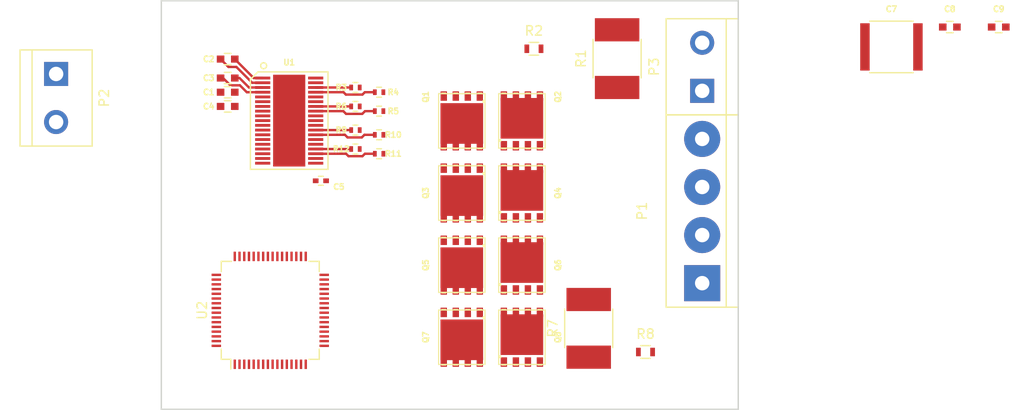
<source format=kicad_pcb>
(kicad_pcb (version 20160815) (host pcbnew no-vcs-found-7399~56~ubuntu16.04.1)

  (general
    (links 133)
    (no_connects 121)
    (area 116.764999 55.804999 177.875001 99.135001)
    (thickness 1.6)
    (drawings 4)
    (tracks 40)
    (zones 0)
    (modules 33)
    (nets 91)
  )

  (page A4)
  (layers
    (0 F.Cu signal)
    (31 B.Cu signal)
    (32 B.Adhes user)
    (33 F.Adhes user)
    (34 B.Paste user)
    (35 F.Paste user)
    (36 B.SilkS user)
    (37 F.SilkS user)
    (38 B.Mask user)
    (39 F.Mask user)
    (40 Dwgs.User user)
    (41 Cmts.User user)
    (42 Eco1.User user)
    (43 Eco2.User user)
    (44 Edge.Cuts user)
    (45 Margin user)
    (46 B.CrtYd user)
    (47 F.CrtYd user)
    (48 B.Fab user)
    (49 F.Fab user)
  )

  (setup
    (last_trace_width 0.25)
    (trace_clearance 0.2)
    (zone_clearance 0.508)
    (zone_45_only no)
    (trace_min 0.2)
    (segment_width 0.2)
    (edge_width 0.15)
    (via_size 0.8)
    (via_drill 0.4)
    (via_min_size 0.4)
    (via_min_drill 0.3)
    (uvia_size 0.3)
    (uvia_drill 0.1)
    (uvias_allowed no)
    (uvia_min_size 0.2)
    (uvia_min_drill 0.1)
    (pcb_text_width 0.3)
    (pcb_text_size 1.5 1.5)
    (mod_edge_width 0.15)
    (mod_text_size 1 1)
    (mod_text_width 0.15)
    (pad_size 1.524 1.524)
    (pad_drill 0.762)
    (pad_to_mask_clearance 0.2)
    (aux_axis_origin 0 0)
    (visible_elements FFFEFF7F)
    (pcbplotparams
      (layerselection 0x00030_ffffffff)
      (usegerberextensions false)
      (excludeedgelayer true)
      (linewidth 0.100000)
      (plotframeref false)
      (viasonmask false)
      (mode 1)
      (useauxorigin false)
      (hpglpennumber 1)
      (hpglpenspeed 20)
      (hpglpendiameter 15)
      (psnegative false)
      (psa4output false)
      (plotreference true)
      (plotvalue true)
      (plotinvisibletext false)
      (padsonsilk false)
      (subtractmaskfromsilk false)
      (outputformat 1)
      (mirror false)
      (drillshape 1)
      (scaleselection 1)
      (outputdirectory ""))
  )

  (net 0 "")
  (net 1 VM)
  (net 2 GND)
  (net 3 "Net-(C1-Pad1)")
  (net 4 "Net-(C2-Pad2)")
  (net 5 "Net-(C3-Pad1)")
  (net 6 "Net-(C3-Pad2)")
  (net 7 "Net-(C4-Pad1)")
  (net 8 "Net-(Q1-PadG)")
  (net 9 "Net-(Q2-PadG)")
  (net 10 "Net-(Q3-PadG)")
  (net 11 "Net-(Q4-PadG)")
  (net 12 "Net-(Q5-PadG)")
  (net 13 "Net-(Q6-PadG)")
  (net 14 "Net-(Q7-PadG)")
  (net 15 "Net-(Q8-PadG)")
  (net 16 "Net-(C5-Pad1)")
  (net 17 "Net-(C7-Pad2)")
  (net 18 "Net-(C7-Pad1)")
  (net 19 /DRV8711/AOUT1)
  (net 20 /DRV8711/BOUT2)
  (net 21 /DRV8711/AOUT2)
  (net 22 /DRV8711/BOUT1)
  (net 23 /DRV8711/AISENP)
  (net 24 /DRV8711/BISENP)
  (net 25 /DRV8711/AISENN)
  (net 26 /DRV8711/A1HS)
  (net 27 /DRV8711/A1LS)
  (net 28 /DRV8711/A2HS)
  (net 29 /DRV8711/A2LS)
  (net 30 /DRV8711/BISENN)
  (net 31 /DRV8711/B1HS)
  (net 32 /DRV8711/B1LS)
  (net 33 /DRV8711/B2HS)
  (net 34 /DRV8711/B2LS)
  (net 35 "Net-(U2-Pad62)")
  (net 36 "Net-(U2-Pad40)")
  (net 37 "Net-(U2-Pad39)")
  (net 38 "Net-(U2-Pad38)")
  (net 39 "Net-(U2-Pad37)")
  (net 40 "Net-(U2-Pad36)")
  (net 41 "Net-(U2-Pad35)")
  (net 42 "Net-(U2-Pad34)")
  (net 43 "Net-(U2-Pad33)")
  (net 44 "Net-(U2-Pad30)")
  (net 45 "Net-(U2-Pad29)")
  (net 46 "Net-(U2-Pad28)")
  (net 47 "Net-(U2-Pad27)")
  (net 48 "Net-(U2-Pad26)")
  (net 49 "Net-(U2-Pad25)")
  (net 50 "Net-(U2-Pad24)")
  (net 51 "Net-(U2-Pad20)")
  (net 52 "Net-(U2-Pad17)")
  (net 53 "Net-(U2-Pad16)")
  (net 54 "Net-(U2-Pad15)")
  (net 55 "Net-(U2-Pad14)")
  (net 56 "Net-(U2-Pad11)")
  (net 57 "Net-(U2-Pad10)")
  (net 58 "Net-(U2-Pad9)")
  (net 59 "Net-(U2-Pad8)")
  (net 60 "Net-(U2-Pad4)")
  (net 61 "Net-(U2-Pad3)")
  (net 62 "Net-(U2-Pad2)")
  (net 63 /STALLn)
  (net 64 /FAULTn)
  (net 65 /SDATAO)
  (net 66 /SCS)
  (net 67 /SDATI)
  (net 68 /SCLK)
  (net 69 /BIN2)
  (net 70 /BIN1)
  (net 71 /DIR_AIN2)
  (net 72 /STEP_AIN1)
  (net 73 /RESET)
  (net 74 /SLEEPn)
  (net 75 +3V3)
  (net 76 "Net-(R13-Pad1)")
  (net 77 +3.3VADC)
  (net 78 GNDA)
  (net 79 "Net-(C11-Pad1)")
  (net 80 "Net-(C13-Pad1)")
  (net 81 "Net-(C10-Pad1)")
  (net 82 "Net-(U2-Pad61)")
  (net 83 "Net-(U2-Pad59)")
  (net 84 "Net-(U2-Pad58)")
  (net 85 "Net-(U2-Pad57)")
  (net 86 /NJTRST)
  (net 87 /JTDO)
  (net 88 /JTDI)
  (net 89 /JTCK)
  (net 90 /JTMS)

  (net_class Default "This is the default net class."
    (clearance 0.2)
    (trace_width 0.25)
    (via_dia 0.8)
    (via_drill 0.4)
    (uvia_dia 0.3)
    (uvia_drill 0.1)
    (diff_pair_gap 0.25)
    (diff_pair_width 0.2)
    (add_net +3.3VADC)
    (add_net +3V3)
    (add_net /BIN1)
    (add_net /BIN2)
    (add_net /DIR_AIN2)
    (add_net /DRV8711/A1HS)
    (add_net /DRV8711/A1LS)
    (add_net /DRV8711/A2HS)
    (add_net /DRV8711/A2LS)
    (add_net /DRV8711/AISENN)
    (add_net /DRV8711/AISENP)
    (add_net /DRV8711/AOUT1)
    (add_net /DRV8711/AOUT2)
    (add_net /DRV8711/B1HS)
    (add_net /DRV8711/B1LS)
    (add_net /DRV8711/B2HS)
    (add_net /DRV8711/B2LS)
    (add_net /DRV8711/BISENN)
    (add_net /DRV8711/BISENP)
    (add_net /DRV8711/BOUT1)
    (add_net /DRV8711/BOUT2)
    (add_net /FAULTn)
    (add_net /JTCK)
    (add_net /JTDI)
    (add_net /JTDO)
    (add_net /JTMS)
    (add_net /NJTRST)
    (add_net /RESET)
    (add_net /SCLK)
    (add_net /SCS)
    (add_net /SDATAO)
    (add_net /SDATI)
    (add_net /SLEEPn)
    (add_net /STALLn)
    (add_net /STEP_AIN1)
    (add_net GND)
    (add_net GNDA)
    (add_net "Net-(C1-Pad1)")
    (add_net "Net-(C10-Pad1)")
    (add_net "Net-(C11-Pad1)")
    (add_net "Net-(C13-Pad1)")
    (add_net "Net-(C2-Pad2)")
    (add_net "Net-(C3-Pad1)")
    (add_net "Net-(C3-Pad2)")
    (add_net "Net-(C4-Pad1)")
    (add_net "Net-(C5-Pad1)")
    (add_net "Net-(C7-Pad1)")
    (add_net "Net-(C7-Pad2)")
    (add_net "Net-(Q1-PadG)")
    (add_net "Net-(Q2-PadG)")
    (add_net "Net-(Q3-PadG)")
    (add_net "Net-(Q4-PadG)")
    (add_net "Net-(Q5-PadG)")
    (add_net "Net-(Q6-PadG)")
    (add_net "Net-(Q7-PadG)")
    (add_net "Net-(Q8-PadG)")
    (add_net "Net-(R13-Pad1)")
    (add_net "Net-(U2-Pad10)")
    (add_net "Net-(U2-Pad11)")
    (add_net "Net-(U2-Pad14)")
    (add_net "Net-(U2-Pad15)")
    (add_net "Net-(U2-Pad16)")
    (add_net "Net-(U2-Pad17)")
    (add_net "Net-(U2-Pad2)")
    (add_net "Net-(U2-Pad20)")
    (add_net "Net-(U2-Pad24)")
    (add_net "Net-(U2-Pad25)")
    (add_net "Net-(U2-Pad26)")
    (add_net "Net-(U2-Pad27)")
    (add_net "Net-(U2-Pad28)")
    (add_net "Net-(U2-Pad29)")
    (add_net "Net-(U2-Pad3)")
    (add_net "Net-(U2-Pad30)")
    (add_net "Net-(U2-Pad33)")
    (add_net "Net-(U2-Pad34)")
    (add_net "Net-(U2-Pad35)")
    (add_net "Net-(U2-Pad36)")
    (add_net "Net-(U2-Pad37)")
    (add_net "Net-(U2-Pad38)")
    (add_net "Net-(U2-Pad39)")
    (add_net "Net-(U2-Pad4)")
    (add_net "Net-(U2-Pad40)")
    (add_net "Net-(U2-Pad57)")
    (add_net "Net-(U2-Pad58)")
    (add_net "Net-(U2-Pad59)")
    (add_net "Net-(U2-Pad61)")
    (add_net "Net-(U2-Pad62)")
    (add_net "Net-(U2-Pad8)")
    (add_net "Net-(U2-Pad9)")
    (add_net VM)
  )

  (module Housings_QFP:LQFP-64_10x10mm_Pitch0.5mm (layer F.Cu) (tedit 54130A77) (tstamp 587DD8BC)
    (at 128.35 88.6 90)
    (descr "64 LEAD LQFP 10x10mm (see MICREL LQFP10x10-64LD-PL-1.pdf)")
    (tags "QFP 0.5")
    (path /5897CB81)
    (attr smd)
    (fp_text reference U2 (at 0 -7.2 90) (layer F.SilkS)
      (effects (font (size 1 1) (thickness 0.15)))
    )
    (fp_text value STM32F446RCTx (at 0 7.2 90) (layer F.Fab)
      (effects (font (size 1 1) (thickness 0.15)))
    )
    (fp_line (start -5.175 -4.175) (end -6.2 -4.175) (layer F.SilkS) (width 0.15))
    (fp_line (start 5.175 -5.175) (end 4.1 -5.175) (layer F.SilkS) (width 0.15))
    (fp_line (start 5.175 5.175) (end 4.1 5.175) (layer F.SilkS) (width 0.15))
    (fp_line (start -5.175 5.175) (end -4.1 5.175) (layer F.SilkS) (width 0.15))
    (fp_line (start -5.175 -5.175) (end -4.1 -5.175) (layer F.SilkS) (width 0.15))
    (fp_line (start -5.175 5.175) (end -5.175 4.1) (layer F.SilkS) (width 0.15))
    (fp_line (start 5.175 5.175) (end 5.175 4.1) (layer F.SilkS) (width 0.15))
    (fp_line (start 5.175 -5.175) (end 5.175 -4.1) (layer F.SilkS) (width 0.15))
    (fp_line (start -5.175 -5.175) (end -5.175 -4.175) (layer F.SilkS) (width 0.15))
    (fp_line (start -6.45 6.45) (end 6.45 6.45) (layer F.CrtYd) (width 0.05))
    (fp_line (start -6.45 -6.45) (end 6.45 -6.45) (layer F.CrtYd) (width 0.05))
    (fp_line (start 6.45 -6.45) (end 6.45 6.45) (layer F.CrtYd) (width 0.05))
    (fp_line (start -6.45 -6.45) (end -6.45 6.45) (layer F.CrtYd) (width 0.05))
    (fp_line (start -5 -4) (end -4 -5) (layer F.Fab) (width 0.15))
    (fp_line (start -5 5) (end -5 -4) (layer F.Fab) (width 0.15))
    (fp_line (start 5 5) (end -5 5) (layer F.Fab) (width 0.15))
    (fp_line (start 5 -5) (end 5 5) (layer F.Fab) (width 0.15))
    (fp_line (start -4 -5) (end 5 -5) (layer F.Fab) (width 0.15))
    (fp_text user %R (at 0 0 90) (layer F.Fab)
      (effects (font (size 1 1) (thickness 0.15)))
    )
    (pad 64 smd rect (at -3.75 -5.7 180) (size 1 0.25) (layers F.Cu F.Paste F.Mask)
      (net 75 +3V3))
    (pad 63 smd rect (at -3.25 -5.7 180) (size 1 0.25) (layers F.Cu F.Paste F.Mask)
      (net 2 GND))
    (pad 62 smd rect (at -2.75 -5.7 180) (size 1 0.25) (layers F.Cu F.Paste F.Mask)
      (net 35 "Net-(U2-Pad62)"))
    (pad 61 smd rect (at -2.25 -5.7 180) (size 1 0.25) (layers F.Cu F.Paste F.Mask)
      (net 82 "Net-(U2-Pad61)"))
    (pad 60 smd rect (at -1.75 -5.7 180) (size 1 0.25) (layers F.Cu F.Paste F.Mask)
      (net 76 "Net-(R13-Pad1)"))
    (pad 59 smd rect (at -1.25 -5.7 180) (size 1 0.25) (layers F.Cu F.Paste F.Mask)
      (net 83 "Net-(U2-Pad59)"))
    (pad 58 smd rect (at -0.75 -5.7 180) (size 1 0.25) (layers F.Cu F.Paste F.Mask)
      (net 84 "Net-(U2-Pad58)"))
    (pad 57 smd rect (at -0.25 -5.7 180) (size 1 0.25) (layers F.Cu F.Paste F.Mask)
      (net 85 "Net-(U2-Pad57)"))
    (pad 56 smd rect (at 0.25 -5.7 180) (size 1 0.25) (layers F.Cu F.Paste F.Mask)
      (net 86 /NJTRST))
    (pad 55 smd rect (at 0.75 -5.7 180) (size 1 0.25) (layers F.Cu F.Paste F.Mask)
      (net 87 /JTDO))
    (pad 54 smd rect (at 1.25 -5.7 180) (size 1 0.25) (layers F.Cu F.Paste F.Mask)
      (net 68 /SCLK))
    (pad 53 smd rect (at 1.75 -5.7 180) (size 1 0.25) (layers F.Cu F.Paste F.Mask)
      (net 67 /SDATI))
    (pad 52 smd rect (at 2.25 -5.7 180) (size 1 0.25) (layers F.Cu F.Paste F.Mask)
      (net 66 /SCS))
    (pad 51 smd rect (at 2.75 -5.7 180) (size 1 0.25) (layers F.Cu F.Paste F.Mask)
      (net 65 /SDATAO))
    (pad 50 smd rect (at 3.25 -5.7 180) (size 1 0.25) (layers F.Cu F.Paste F.Mask)
      (net 88 /JTDI))
    (pad 49 smd rect (at 3.75 -5.7 180) (size 1 0.25) (layers F.Cu F.Paste F.Mask)
      (net 89 /JTCK))
    (pad 48 smd rect (at 5.7 -3.75 90) (size 1 0.25) (layers F.Cu F.Paste F.Mask)
      (net 75 +3V3))
    (pad 47 smd rect (at 5.7 -3.25 90) (size 1 0.25) (layers F.Cu F.Paste F.Mask)
      (net 2 GND))
    (pad 46 smd rect (at 5.7 -2.75 90) (size 1 0.25) (layers F.Cu F.Paste F.Mask)
      (net 90 /JTMS))
    (pad 45 smd rect (at 5.7 -2.25 90) (size 1 0.25) (layers F.Cu F.Paste F.Mask)
      (net 74 /SLEEPn))
    (pad 44 smd rect (at 5.7 -1.75 90) (size 1 0.25) (layers F.Cu F.Paste F.Mask)
      (net 73 /RESET))
    (pad 43 smd rect (at 5.7 -1.25 90) (size 1 0.25) (layers F.Cu F.Paste F.Mask)
      (net 72 /STEP_AIN1))
    (pad 42 smd rect (at 5.7 -0.75 90) (size 1 0.25) (layers F.Cu F.Paste F.Mask)
      (net 71 /DIR_AIN2))
    (pad 41 smd rect (at 5.7 -0.25 90) (size 1 0.25) (layers F.Cu F.Paste F.Mask)
      (net 70 /BIN1))
    (pad 40 smd rect (at 5.7 0.25 90) (size 1 0.25) (layers F.Cu F.Paste F.Mask)
      (net 36 "Net-(U2-Pad40)"))
    (pad 39 smd rect (at 5.7 0.75 90) (size 1 0.25) (layers F.Cu F.Paste F.Mask)
      (net 37 "Net-(U2-Pad39)"))
    (pad 38 smd rect (at 5.7 1.25 90) (size 1 0.25) (layers F.Cu F.Paste F.Mask)
      (net 38 "Net-(U2-Pad38)"))
    (pad 37 smd rect (at 5.7 1.75 90) (size 1 0.25) (layers F.Cu F.Paste F.Mask)
      (net 39 "Net-(U2-Pad37)"))
    (pad 36 smd rect (at 5.7 2.25 90) (size 1 0.25) (layers F.Cu F.Paste F.Mask)
      (net 40 "Net-(U2-Pad36)"))
    (pad 35 smd rect (at 5.7 2.75 90) (size 1 0.25) (layers F.Cu F.Paste F.Mask)
      (net 41 "Net-(U2-Pad35)"))
    (pad 34 smd rect (at 5.7 3.25 90) (size 1 0.25) (layers F.Cu F.Paste F.Mask)
      (net 42 "Net-(U2-Pad34)"))
    (pad 33 smd rect (at 5.7 3.75 90) (size 1 0.25) (layers F.Cu F.Paste F.Mask)
      (net 43 "Net-(U2-Pad33)"))
    (pad 32 smd rect (at 3.75 5.7 180) (size 1 0.25) (layers F.Cu F.Paste F.Mask)
      (net 75 +3V3))
    (pad 31 smd rect (at 3.25 5.7 180) (size 1 0.25) (layers F.Cu F.Paste F.Mask)
      (net 2 GND))
    (pad 30 smd rect (at 2.75 5.7 180) (size 1 0.25) (layers F.Cu F.Paste F.Mask)
      (net 44 "Net-(U2-Pad30)"))
    (pad 29 smd rect (at 2.25 5.7 180) (size 1 0.25) (layers F.Cu F.Paste F.Mask)
      (net 45 "Net-(U2-Pad29)"))
    (pad 28 smd rect (at 1.75 5.7 180) (size 1 0.25) (layers F.Cu F.Paste F.Mask)
      (net 46 "Net-(U2-Pad28)"))
    (pad 27 smd rect (at 1.25 5.7 180) (size 1 0.25) (layers F.Cu F.Paste F.Mask)
      (net 47 "Net-(U2-Pad27)"))
    (pad 26 smd rect (at 0.75 5.7 180) (size 1 0.25) (layers F.Cu F.Paste F.Mask)
      (net 48 "Net-(U2-Pad26)"))
    (pad 25 smd rect (at 0.25 5.7 180) (size 1 0.25) (layers F.Cu F.Paste F.Mask)
      (net 49 "Net-(U2-Pad25)"))
    (pad 24 smd rect (at -0.25 5.7 180) (size 1 0.25) (layers F.Cu F.Paste F.Mask)
      (net 50 "Net-(U2-Pad24)"))
    (pad 23 smd rect (at -0.75 5.7 180) (size 1 0.25) (layers F.Cu F.Paste F.Mask)
      (net 69 /BIN2))
    (pad 22 smd rect (at -1.25 5.7 180) (size 1 0.25) (layers F.Cu F.Paste F.Mask)
      (net 64 /FAULTn))
    (pad 21 smd rect (at -1.75 5.7 180) (size 1 0.25) (layers F.Cu F.Paste F.Mask)
      (net 63 /STALLn))
    (pad 20 smd rect (at -2.25 5.7 180) (size 1 0.25) (layers F.Cu F.Paste F.Mask)
      (net 51 "Net-(U2-Pad20)"))
    (pad 19 smd rect (at -2.75 5.7 180) (size 1 0.25) (layers F.Cu F.Paste F.Mask)
      (net 75 +3V3))
    (pad 18 smd rect (at -3.25 5.7 180) (size 1 0.25) (layers F.Cu F.Paste F.Mask)
      (net 2 GND))
    (pad 17 smd rect (at -3.75 5.7 180) (size 1 0.25) (layers F.Cu F.Paste F.Mask)
      (net 52 "Net-(U2-Pad17)"))
    (pad 16 smd rect (at -5.7 3.75 90) (size 1 0.25) (layers F.Cu F.Paste F.Mask)
      (net 53 "Net-(U2-Pad16)"))
    (pad 15 smd rect (at -5.7 3.25 90) (size 1 0.25) (layers F.Cu F.Paste F.Mask)
      (net 54 "Net-(U2-Pad15)"))
    (pad 14 smd rect (at -5.7 2.75 90) (size 1 0.25) (layers F.Cu F.Paste F.Mask)
      (net 55 "Net-(U2-Pad14)"))
    (pad 13 smd rect (at -5.7 2.25 90) (size 1 0.25) (layers F.Cu F.Paste F.Mask)
      (net 77 +3.3VADC))
    (pad 12 smd rect (at -5.7 1.75 90) (size 1 0.25) (layers F.Cu F.Paste F.Mask)
      (net 78 GNDA))
    (pad 11 smd rect (at -5.7 1.25 90) (size 1 0.25) (layers F.Cu F.Paste F.Mask)
      (net 56 "Net-(U2-Pad11)"))
    (pad 10 smd rect (at -5.7 0.75 90) (size 1 0.25) (layers F.Cu F.Paste F.Mask)
      (net 57 "Net-(U2-Pad10)"))
    (pad 9 smd rect (at -5.7 0.25 90) (size 1 0.25) (layers F.Cu F.Paste F.Mask)
      (net 58 "Net-(U2-Pad9)"))
    (pad 8 smd rect (at -5.7 -0.25 90) (size 1 0.25) (layers F.Cu F.Paste F.Mask)
      (net 59 "Net-(U2-Pad8)"))
    (pad 7 smd rect (at -5.7 -0.75 90) (size 1 0.25) (layers F.Cu F.Paste F.Mask)
      (net 79 "Net-(C11-Pad1)"))
    (pad 6 smd rect (at -5.7 -1.25 90) (size 1 0.25) (layers F.Cu F.Paste F.Mask)
      (net 80 "Net-(C13-Pad1)"))
    (pad 5 smd rect (at -5.7 -1.75 90) (size 1 0.25) (layers F.Cu F.Paste F.Mask)
      (net 81 "Net-(C10-Pad1)"))
    (pad 4 smd rect (at -5.7 -2.25 90) (size 1 0.25) (layers F.Cu F.Paste F.Mask)
      (net 60 "Net-(U2-Pad4)"))
    (pad 3 smd rect (at -5.7 -2.75 90) (size 1 0.25) (layers F.Cu F.Paste F.Mask)
      (net 61 "Net-(U2-Pad3)"))
    (pad 2 smd rect (at -5.7 -3.25 90) (size 1 0.25) (layers F.Cu F.Paste F.Mask)
      (net 62 "Net-(U2-Pad2)"))
    (pad 1 smd rect (at -5.7 -3.75 90) (size 1 0.25) (layers F.Cu F.Paste F.Mask)
      (net 75 +3V3))
    (model Housings_QFP.3dshapes/LQFP-64_10x10mm_Pitch0.5mm.wrl
      (at (xyz 0 0 0))
      (scale (xyz 1 1 1))
      (rotate (xyz 0 0 0))
    )
  )

  (module Capacitors_SMD:C_0603 (layer F.Cu) (tedit 587BBE69) (tstamp 587BD128)
    (at 205.325119 58.662499)
    (descr "Capacitor SMD 0603, reflow soldering, AVX (see smccp.pdf)")
    (tags "capacitor 0603")
    (path /587C4622)
    (attr smd)
    (fp_text reference C9 (at 0 -1.9) (layer F.SilkS)
      (effects (font (size 0.6 0.6) (thickness 0.15)))
    )
    (fp_text value 0.01uF (at 0 1.9) (layer F.Fab)
      (effects (font (size 1 1) (thickness 0.15)))
    )
    (fp_line (start -0.8 0.4) (end -0.8 -0.4) (layer F.Fab) (width 0.15))
    (fp_line (start 0.8 0.4) (end -0.8 0.4) (layer F.Fab) (width 0.15))
    (fp_line (start 0.8 -0.4) (end 0.8 0.4) (layer F.Fab) (width 0.15))
    (fp_line (start -0.8 -0.4) (end 0.8 -0.4) (layer F.Fab) (width 0.15))
    (fp_line (start -1.45 -0.75) (end 1.45 -0.75) (layer F.CrtYd) (width 0.05))
    (fp_line (start -1.45 0.75) (end 1.45 0.75) (layer F.CrtYd) (width 0.05))
    (fp_line (start -1.45 -0.75) (end -1.45 0.75) (layer F.CrtYd) (width 0.05))
    (fp_line (start 1.45 -0.75) (end 1.45 0.75) (layer F.CrtYd) (width 0.05))
    (fp_line (start -0.35 -0.6) (end 0.35 -0.6) (layer F.SilkS) (width 0.15))
    (fp_line (start 0.35 0.6) (end -0.35 0.6) (layer F.SilkS) (width 0.15))
    (pad 1 smd rect (at -0.75 0) (size 0.8 0.75) (layers F.Cu F.Paste F.Mask)
      (net 18 "Net-(C7-Pad1)"))
    (pad 2 smd rect (at 0.75 0) (size 0.8 0.75) (layers F.Cu F.Paste F.Mask)
      (net 17 "Net-(C7-Pad2)"))
    (model Capacitors_SMD.3dshapes/C_0603.wrl
      (at (xyz 0 0 0))
      (scale (xyz 1 1 1))
      (rotate (xyz 0 0 0))
    )
  )

  (module Capacitors_SMD:C_0603 (layer F.Cu) (tedit 587BBE62) (tstamp 587BD0FA)
    (at 200.158928 58.662499)
    (descr "Capacitor SMD 0603, reflow soldering, AVX (see smccp.pdf)")
    (tags "capacitor 0603")
    (path /587C46C4)
    (attr smd)
    (fp_text reference C8 (at 0 -1.9) (layer F.SilkS)
      (effects (font (size 0.6 0.6) (thickness 0.15)))
    )
    (fp_text value 0.1uF (at 0 1.9) (layer F.Fab)
      (effects (font (size 1 1) (thickness 0.15)))
    )
    (fp_line (start 0.35 0.6) (end -0.35 0.6) (layer F.SilkS) (width 0.15))
    (fp_line (start -0.35 -0.6) (end 0.35 -0.6) (layer F.SilkS) (width 0.15))
    (fp_line (start 1.45 -0.75) (end 1.45 0.75) (layer F.CrtYd) (width 0.05))
    (fp_line (start -1.45 -0.75) (end -1.45 0.75) (layer F.CrtYd) (width 0.05))
    (fp_line (start -1.45 0.75) (end 1.45 0.75) (layer F.CrtYd) (width 0.05))
    (fp_line (start -1.45 -0.75) (end 1.45 -0.75) (layer F.CrtYd) (width 0.05))
    (fp_line (start -0.8 -0.4) (end 0.8 -0.4) (layer F.Fab) (width 0.15))
    (fp_line (start 0.8 -0.4) (end 0.8 0.4) (layer F.Fab) (width 0.15))
    (fp_line (start 0.8 0.4) (end -0.8 0.4) (layer F.Fab) (width 0.15))
    (fp_line (start -0.8 0.4) (end -0.8 -0.4) (layer F.Fab) (width 0.15))
    (pad 2 smd rect (at 0.75 0) (size 0.8 0.75) (layers F.Cu F.Paste F.Mask)
      (net 17 "Net-(C7-Pad2)"))
    (pad 1 smd rect (at -0.75 0) (size 0.8 0.75) (layers F.Cu F.Paste F.Mask)
      (net 18 "Net-(C7-Pad1)"))
    (model Capacitors_SMD.3dshapes/C_0603.wrl
      (at (xyz 0 0 0))
      (scale (xyz 1 1 1))
      (rotate (xyz 0 0 0))
    )
  )

  (module Capacitors_SMD:C_2220 (layer F.Cu) (tedit 587BBE5A) (tstamp 587BD072)
    (at 193.987501 60.762499)
    (descr "Capacitor SMD 2220, reflow soldering, AVX (see smccp.pdf)")
    (tags "capacitor 2220")
    (path /587C4987)
    (attr smd)
    (fp_text reference C7 (at 0 -4) (layer F.SilkS)
      (effects (font (size 0.6 0.6) (thickness 0.15)))
    )
    (fp_text value 10uF (at 0 4) (layer F.Fab)
      (effects (font (size 1 1) (thickness 0.15)))
    )
    (fp_line (start -2.3 2.725) (end 2.3 2.725) (layer F.SilkS) (width 0.15))
    (fp_line (start 2.3 -2.725) (end -2.3 -2.725) (layer F.SilkS) (width 0.15))
    (fp_line (start 3.6 -2.85) (end 3.6 2.85) (layer F.CrtYd) (width 0.05))
    (fp_line (start -3.6 -2.85) (end -3.6 2.85) (layer F.CrtYd) (width 0.05))
    (fp_line (start -3.6 2.85) (end 3.6 2.85) (layer F.CrtYd) (width 0.05))
    (fp_line (start -3.6 -2.85) (end 3.6 -2.85) (layer F.CrtYd) (width 0.05))
    (fp_line (start -2.75 -2.5) (end 2.75 -2.5) (layer F.Fab) (width 0.15))
    (fp_line (start 2.75 -2.5) (end 2.75 2.5) (layer F.Fab) (width 0.15))
    (fp_line (start 2.75 2.5) (end -2.75 2.5) (layer F.Fab) (width 0.15))
    (fp_line (start -2.75 2.5) (end -2.75 -2.5) (layer F.Fab) (width 0.15))
    (pad 2 smd rect (at 2.8 0) (size 1 5) (layers F.Cu F.Paste F.Mask)
      (net 17 "Net-(C7-Pad2)"))
    (pad 1 smd rect (at -2.8 0) (size 1 5) (layers F.Cu F.Paste F.Mask)
      (net 18 "Net-(C7-Pad1)"))
    (model Capacitors_SMD.3dshapes/C_2220.wrl
      (at (xyz 0 0 0))
      (scale (xyz 1 1 1))
      (rotate (xyz 0 0 0))
    )
  )

  (module Connectors:bornier2 (layer F.Cu) (tedit 0) (tstamp 587B6E5D)
    (at 105.72 66.16 270)
    (descr "Bornier d'alimentation 2 pins")
    (tags DEV)
    (path /587B659B)
    (fp_text reference P2 (at 0 -5.08 270) (layer F.SilkS)
      (effects (font (size 1 1) (thickness 0.15)))
    )
    (fp_text value CONN_01X02 (at 0 5.08 270) (layer F.Fab)
      (effects (font (size 1 1) (thickness 0.15)))
    )
    (fp_line (start -5.08 3.81) (end 5.08 3.81) (layer F.SilkS) (width 0.15))
    (fp_line (start -5.08 -3.81) (end -5.08 3.81) (layer F.SilkS) (width 0.15))
    (fp_line (start 5.08 -3.81) (end -5.08 -3.81) (layer F.SilkS) (width 0.15))
    (fp_line (start 5.08 3.81) (end 5.08 -3.81) (layer F.SilkS) (width 0.15))
    (fp_line (start 5.08 2.54) (end -5.08 2.54) (layer F.SilkS) (width 0.15))
    (pad 2 thru_hole circle (at 2.54 0 270) (size 2.54 2.54) (drill 1.524) (layers *.Cu *.Mask)
      (net 2 GND))
    (pad 1 thru_hole rect (at -2.54 0 270) (size 2.54 2.54) (drill 1.524) (layers *.Cu *.Mask)
      (net 1 VM))
    (model Connect.3dshapes/bornier2.wrl
      (at (xyz 0 0 0))
      (scale (xyz 1 1 1))
      (rotate (xyz 0 0 0))
    )
  )

  (module Connectors:bornier4 (layer F.Cu) (tedit 0) (tstamp 587B6E3A)
    (at 173.99 78.105 90)
    (descr "Bornier d'alimentation 4 pins")
    (tags DEV)
    (path /587C13C8/587B6637)
    (fp_text reference P1 (at 0 -6.35 90) (layer F.SilkS)
      (effects (font (size 1 1) (thickness 0.15)))
    )
    (fp_text value CONN_01X04 (at 0 5.08 90) (layer F.Fab)
      (effects (font (size 1 1) (thickness 0.15)))
    )
    (fp_line (start -10.16 3.81) (end 10.16 3.81) (layer F.SilkS) (width 0.15))
    (fp_line (start -10.16 -3.81) (end 10.16 -3.81) (layer F.SilkS) (width 0.15))
    (fp_line (start 10.16 2.54) (end -10.16 2.54) (layer F.SilkS) (width 0.15))
    (fp_line (start 10.16 3.81) (end 10.16 -3.81) (layer F.SilkS) (width 0.15))
    (fp_line (start -10.16 -3.81) (end -10.16 3.81) (layer F.SilkS) (width 0.15))
    (pad 4 thru_hole circle (at 7.62 0 90) (size 3.81 3.81) (drill 1.524) (layers *.Cu *.Mask)
      (net 19 /DRV8711/AOUT1))
    (pad 1 thru_hole rect (at -7.62 0 90) (size 3.81 3.81) (drill 1.524) (layers *.Cu *.Mask)
      (net 20 /DRV8711/BOUT2))
    (pad 3 thru_hole circle (at 2.54 0 90) (size 3.81 3.81) (drill 1.524) (layers *.Cu *.Mask)
      (net 21 /DRV8711/AOUT2))
    (pad 2 thru_hole circle (at -2.54 0 90) (size 3.81 3.81) (drill 1.524) (layers *.Cu *.Mask)
      (net 22 /DRV8711/BOUT1))
    (model Connect.3dshapes/bornier4.wrl
      (at (xyz 0 0 0))
      (scale (xyz 1 1 1))
      (rotate (xyz 0 0 0))
    )
  )

  (module oh_stepper:HTSSOP_38_Pitch0.5mm (layer F.Cu) (tedit 5878ABBD) (tstamp 5878E292)
    (at 130.35 68.55 270)
    (path /587C13C8/587A59C2)
    (attr smd)
    (fp_text reference U1 (at -6.15 0) (layer F.SilkS)
      (effects (font (size 0.6 0.6) (thickness 0.15)))
    )
    (fp_text value DRV8711 (at 0 0 270) (layer F.Fab)
      (effects (font (size 0.6 0.6) (thickness 0.15)))
    )
    (fp_circle (center -5.8 2.7) (end -5.5 2.8) (layer F.SilkS) (width 0.15))
    (fp_line (start -5.3 4.25) (end -5.3 -4.25) (layer F.CrtYd) (width 0.05))
    (fp_line (start 5.3 4.25) (end -5.3 4.25) (layer F.CrtYd) (width 0.05))
    (fp_line (start 5.3 -4.25) (end 5.3 4.25) (layer F.CrtYd) (width 0.05))
    (fp_line (start -5.3 -4.25) (end 5.3 -4.25) (layer F.CrtYd) (width 0.05))
    (fp_line (start 5.15 4.1) (end -4.35 4.1) (layer F.SilkS) (width 0.15))
    (fp_line (start 5.15 -4.1) (end 5.15 4.1) (layer F.SilkS) (width 0.15))
    (fp_line (start -5.15 -4.1) (end 5.15 -4.1) (layer F.SilkS) (width 0.15))
    (fp_line (start -5.15 3.3) (end -5.15 -4.1) (layer F.SilkS) (width 0.15))
    (fp_line (start -4.35 4.1) (end -5.15 3.3) (layer F.SilkS) (width 0.15))
    (pad 19 smd rect (at 4.5 2.8 270) (size 0.3 1.6) (layers F.Cu F.Paste F.Mask)
      (net 63 /STALLn))
    (pad 20 smd rect (at 4.5 -2.8 270) (size 0.3 1.6) (layers F.Cu F.Paste F.Mask)
      (net 16 "Net-(C5-Pad1)"))
    (pad 18 smd rect (at 4 2.8 270) (size 0.3 1.6) (layers F.Cu F.Paste F.Mask)
      (net 64 /FAULTn))
    (pad 21 smd rect (at 4 -2.8 270) (size 0.3 1.6) (layers F.Cu F.Paste F.Mask)
      (net 20 /DRV8711/BOUT2))
    (pad 17 smd rect (at 3.5 2.8 270) (size 0.3 1.6) (layers F.Cu F.Paste F.Mask)
      (net 65 /SDATAO))
    (pad 22 smd rect (at 3.5 -2.8 270) (size 0.3 1.6) (layers F.Cu F.Paste F.Mask)
      (net 33 /DRV8711/B2HS))
    (pad 16 smd rect (at 3 2.8 270) (size 0.3 1.6) (layers F.Cu F.Paste F.Mask)
      (net 66 /SCS))
    (pad 23 smd rect (at 3 -2.8 270) (size 0.3 1.6) (layers F.Cu F.Paste F.Mask)
      (net 34 /DRV8711/B2LS))
    (pad 15 smd rect (at 2.5 2.8 270) (size 0.3 1.6) (layers F.Cu F.Paste F.Mask)
      (net 67 /SDATI))
    (pad 24 smd rect (at 2.5 -2.8 270) (size 0.3 1.6) (layers F.Cu F.Paste F.Mask)
      (net 30 /DRV8711/BISENN))
    (pad 14 smd rect (at 2 2.8 270) (size 0.3 1.6) (layers F.Cu F.Paste F.Mask)
      (net 68 /SCLK))
    (pad 25 smd rect (at 2 -2.8 270) (size 0.3 1.6) (layers F.Cu F.Paste F.Mask)
      (net 24 /DRV8711/BISENP))
    (pad 13 smd rect (at 1.5 2.8 270) (size 0.3 1.6) (layers F.Cu F.Paste F.Mask)
      (net 69 /BIN2))
    (pad 26 smd rect (at 1.5 -2.8 270) (size 0.3 1.6) (layers F.Cu F.Paste F.Mask)
      (net 32 /DRV8711/B1LS))
    (pad 12 smd rect (at 1 2.8 270) (size 0.3 1.6) (layers F.Cu F.Paste F.Mask)
      (net 70 /BIN1))
    (pad 27 smd rect (at 1 -2.8 270) (size 0.3 1.6) (layers F.Cu F.Paste F.Mask)
      (net 31 /DRV8711/B1HS))
    (pad 11 smd rect (at 0.5 2.8 270) (size 0.3 1.6) (layers F.Cu F.Paste F.Mask)
      (net 71 /DIR_AIN2))
    (pad 28 smd rect (at 0.5 -2.8 270) (size 0.3 1.6) (layers F.Cu F.Paste F.Mask)
      (net 22 /DRV8711/BOUT1))
    (pad 10 smd rect (at 0 2.8 270) (size 0.3 1.6) (layers F.Cu F.Paste F.Mask)
      (net 72 /STEP_AIN1))
    (pad 29 smd rect (at 0 -2.8 270) (size 0.3 1.6) (layers F.Cu F.Paste F.Mask)
      (net 2 GND))
    (pad 9 smd rect (at -0.5 2.8 270) (size 0.3 1.6) (layers F.Cu F.Paste F.Mask)
      (net 73 /RESET))
    (pad 30 smd rect (at -0.5 -2.8 270) (size 0.3 1.6) (layers F.Cu F.Paste F.Mask)
      (net 21 /DRV8711/AOUT2))
    (pad 8 smd rect (at -1 2.8 270) (size 0.3 1.6) (layers F.Cu F.Paste F.Mask)
      (net 74 /SLEEPn))
    (pad 31 smd rect (at -1 -2.8 270) (size 0.3 1.6) (layers F.Cu F.Paste F.Mask)
      (net 28 /DRV8711/A2HS))
    (pad 7 smd rect (at -1.5 2.8 270) (size 0.3 1.6) (layers F.Cu F.Paste F.Mask)
      (net 7 "Net-(C4-Pad1)"))
    (pad 32 smd rect (at -1.5 -2.8 270) (size 0.3 1.6) (layers F.Cu F.Paste F.Mask)
      (net 29 /DRV8711/A2LS))
    (pad 6 smd rect (at -2 2.8 270) (size 0.3 1.6) (layers F.Cu F.Paste F.Mask)
      (net 3 "Net-(C1-Pad1)"))
    (pad 33 smd rect (at -2 -2.8 270) (size 0.3 1.6) (layers F.Cu F.Paste F.Mask)
      (net 25 /DRV8711/AISENN))
    (pad 5 smd rect (at -2.5 2.8 270) (size 0.3 1.6) (layers F.Cu F.Paste F.Mask)
      (net 2 GND))
    (pad 34 smd rect (at -2.5 -2.8 270) (size 0.3 1.6) (layers F.Cu F.Paste F.Mask)
      (net 23 /DRV8711/AISENP))
    (pad 4 smd rect (at -3 2.8 270) (size 0.3 1.6) (layers F.Cu F.Paste F.Mask)
      (net 1 VM))
    (pad 35 smd rect (at -3 -2.8 270) (size 0.3 1.6) (layers F.Cu F.Paste F.Mask)
      (net 27 /DRV8711/A1LS))
    (pad 3 smd rect (at -3.5 2.8 270) (size 0.3 1.6) (layers F.Cu F.Paste F.Mask)
      (net 4 "Net-(C2-Pad2)"))
    (pad 36 smd rect (at -3.5 -2.8 270) (size 0.3 1.6) (layers F.Cu F.Paste F.Mask)
      (net 26 /DRV8711/A1HS))
    (pad 2 smd rect (at -4 2.8 270) (size 0.3 1.6) (layers F.Cu F.Paste F.Mask)
      (net 6 "Net-(C3-Pad2)"))
    (pad 37 smd rect (at -4 -2.8 270) (size 0.3 1.6) (layers F.Cu F.Paste F.Mask)
      (net 19 /DRV8711/AOUT1))
    (pad 1 smd rect (at -4.5 2.8 270) (size 0.3 1.6) (layers F.Cu F.Paste F.Mask)
      (net 5 "Net-(C3-Pad1)"))
    (pad 38 smd rect (at -4.5 -2.8 270) (size 0.3 1.6) (layers F.Cu F.Paste F.Mask)
      (net 2 GND))
    (pad PAD smd rect (at 0 0 270) (size 9.7 3.4) (layers F.Cu F.Paste F.Mask)
      (net 2 GND))
  )

  (module oh_stepper:SON5x6_FET (layer F.Cu) (tedit 5878A6B7) (tstamp 5878AE87)
    (at 154.94 91.44 270)
    (path /587C13C8/587AAF59/5878AD23)
    (fp_text reference Q8 (at 0 -3.81 270) (layer F.SilkS)
      (effects (font (size 0.6 0.6) (thickness 0.15)))
    )
    (fp_text value CSD18531Q5A (at 0 3.81 270) (layer F.SilkS) hide
      (effects (font (size 0.6 0.6) (thickness 0.15)))
    )
    (fp_line (start -2.875 2.45) (end -2.875 -2.45) (layer F.SilkS) (width 0.127))
    (fp_line (start 2.875 2.45) (end -2.875 2.45) (layer F.SilkS) (width 0.127))
    (fp_line (start 2.875 -2.45) (end 2.875 2.45) (layer F.SilkS) (width 0.127))
    (fp_line (start -2.875 -2.45) (end 2.875 -2.45) (layer F.SilkS) (width 0.127))
    (fp_line (start 2.93 2.105) (end 2.93 1.705) (layer F.SilkS) (width 0.127))
    (fp_line (start 2.93 0.835) (end 2.93 0.435) (layer F.SilkS) (width 0.127))
    (fp_line (start 2.93 -0.835) (end 2.93 -0.435) (layer F.SilkS) (width 0.127))
    (fp_line (start 2.93 -2.105) (end 2.93 -1.705) (layer F.SilkS) (width 0.127))
    (fp_line (start -2.93 2.105) (end -2.93 1.705) (layer F.SilkS) (width 0.127))
    (fp_line (start -2.93 0.835) (end -2.93 0.435) (layer F.SilkS) (width 0.127))
    (fp_line (start -2.93 -0.835) (end -2.93 -0.435) (layer F.SilkS) (width 0.127))
    (fp_line (start -2.93 -2.105) (end -2.93 -1.705) (layer F.SilkS) (width 0.127))
    (fp_line (start 2.15 2.25) (end 2.15 2.45) (layer F.SilkS) (width 0.127))
    (fp_line (start 1.975 2.25) (end 2.15 2.25) (layer F.SilkS) (width 0.127))
    (fp_line (start 1.975 2.45) (end 1.975 2.25) (layer F.SilkS) (width 0.127))
    (fp_line (start 2.05 2.25) (end 2.05 2.45) (layer F.SilkS) (width 0.127))
    (pad D smd rect (at -0.2725 0 270) (size 4.295 4.51) (layers F.Cu F.Paste F.Mask)
      (net 20 /DRV8711/BOUT2))
    (pad D smd rect (at -2.625 1.905 270) (size 1 0.675) (layers F.Cu F.Paste F.Mask)
      (net 20 /DRV8711/BOUT2))
    (pad D smd rect (at -2.625 0.635 270) (size 1 0.675) (layers F.Cu F.Paste F.Mask)
      (net 20 /DRV8711/BOUT2))
    (pad D smd rect (at -2.625 -0.635 270) (size 1 0.675) (layers F.Cu F.Paste F.Mask)
      (net 20 /DRV8711/BOUT2))
    (pad D smd rect (at -2.625 -1.905 270) (size 1 0.675) (layers F.Cu F.Paste F.Mask)
      (net 20 /DRV8711/BOUT2))
    (pad G smd rect (at 2.625 -1.905 270) (size 1 0.675) (layers F.Cu F.Paste F.Mask)
      (net 15 "Net-(Q8-PadG)"))
    (pad S smd rect (at 2.625 -0.635 270) (size 1 0.675) (layers F.Cu F.Paste F.Mask)
      (net 24 /DRV8711/BISENP))
    (pad S smd rect (at 2.625 0.635 270) (size 1 0.675) (layers F.Cu F.Paste F.Mask)
      (net 24 /DRV8711/BISENP))
    (pad S smd rect (at 2.625 1.905 270) (size 1 0.675) (layers F.Cu F.Paste F.Mask)
      (net 24 /DRV8711/BISENP))
  )

  (module oh_stepper:SON5x6_FET (layer F.Cu) (tedit 5878A6A4) (tstamp 5878AE32)
    (at 148.59 91.44 90)
    (path /587C13C8/587AAF59/5878AD1D)
    (fp_text reference Q7 (at 0 -3.81 90) (layer F.SilkS)
      (effects (font (size 0.6 0.6) (thickness 0.15)))
    )
    (fp_text value CSD18531Q5A (at 0 3.81 90) (layer F.SilkS) hide
      (effects (font (size 0.6 0.6) (thickness 0.15)))
    )
    (fp_line (start 2.05 2.25) (end 2.05 2.45) (layer F.SilkS) (width 0.127))
    (fp_line (start 1.975 2.45) (end 1.975 2.25) (layer F.SilkS) (width 0.127))
    (fp_line (start 1.975 2.25) (end 2.15 2.25) (layer F.SilkS) (width 0.127))
    (fp_line (start 2.15 2.25) (end 2.15 2.45) (layer F.SilkS) (width 0.127))
    (fp_line (start -2.93 -2.105) (end -2.93 -1.705) (layer F.SilkS) (width 0.127))
    (fp_line (start -2.93 -0.835) (end -2.93 -0.435) (layer F.SilkS) (width 0.127))
    (fp_line (start -2.93 0.835) (end -2.93 0.435) (layer F.SilkS) (width 0.127))
    (fp_line (start -2.93 2.105) (end -2.93 1.705) (layer F.SilkS) (width 0.127))
    (fp_line (start 2.93 -2.105) (end 2.93 -1.705) (layer F.SilkS) (width 0.127))
    (fp_line (start 2.93 -0.835) (end 2.93 -0.435) (layer F.SilkS) (width 0.127))
    (fp_line (start 2.93 0.835) (end 2.93 0.435) (layer F.SilkS) (width 0.127))
    (fp_line (start 2.93 2.105) (end 2.93 1.705) (layer F.SilkS) (width 0.127))
    (fp_line (start -2.875 -2.45) (end 2.875 -2.45) (layer F.SilkS) (width 0.127))
    (fp_line (start 2.875 -2.45) (end 2.875 2.45) (layer F.SilkS) (width 0.127))
    (fp_line (start 2.875 2.45) (end -2.875 2.45) (layer F.SilkS) (width 0.127))
    (fp_line (start -2.875 2.45) (end -2.875 -2.45) (layer F.SilkS) (width 0.127))
    (pad S smd rect (at 2.625 1.905 90) (size 1 0.675) (layers F.Cu F.Paste F.Mask)
      (net 20 /DRV8711/BOUT2))
    (pad S smd rect (at 2.625 0.635 90) (size 1 0.675) (layers F.Cu F.Paste F.Mask)
      (net 20 /DRV8711/BOUT2))
    (pad S smd rect (at 2.625 -0.635 90) (size 1 0.675) (layers F.Cu F.Paste F.Mask)
      (net 20 /DRV8711/BOUT2))
    (pad G smd rect (at 2.625 -1.905 90) (size 1 0.675) (layers F.Cu F.Paste F.Mask)
      (net 14 "Net-(Q7-PadG)"))
    (pad D smd rect (at -2.625 -1.905 90) (size 1 0.675) (layers F.Cu F.Paste F.Mask)
      (net 1 VM))
    (pad D smd rect (at -2.625 -0.635 90) (size 1 0.675) (layers F.Cu F.Paste F.Mask)
      (net 1 VM))
    (pad D smd rect (at -2.625 0.635 90) (size 1 0.675) (layers F.Cu F.Paste F.Mask)
      (net 1 VM))
    (pad D smd rect (at -2.625 1.905 90) (size 1 0.675) (layers F.Cu F.Paste F.Mask)
      (net 1 VM))
    (pad D smd rect (at -0.2725 0 90) (size 4.295 4.51) (layers F.Cu F.Paste F.Mask)
      (net 1 VM))
  )

  (module oh_stepper:SON5x6_FET (layer F.Cu) (tedit 5878A6B2) (tstamp 5878ADDD)
    (at 154.94 83.82 270)
    (path /587C13C8/587AAF59/5878AC36)
    (fp_text reference Q6 (at 0 -3.81 270) (layer F.SilkS)
      (effects (font (size 0.6 0.6) (thickness 0.15)))
    )
    (fp_text value CSD18531Q5A (at 0 3.81 270) (layer F.SilkS) hide
      (effects (font (size 0.6 0.6) (thickness 0.15)))
    )
    (fp_line (start -2.875 2.45) (end -2.875 -2.45) (layer F.SilkS) (width 0.127))
    (fp_line (start 2.875 2.45) (end -2.875 2.45) (layer F.SilkS) (width 0.127))
    (fp_line (start 2.875 -2.45) (end 2.875 2.45) (layer F.SilkS) (width 0.127))
    (fp_line (start -2.875 -2.45) (end 2.875 -2.45) (layer F.SilkS) (width 0.127))
    (fp_line (start 2.93 2.105) (end 2.93 1.705) (layer F.SilkS) (width 0.127))
    (fp_line (start 2.93 0.835) (end 2.93 0.435) (layer F.SilkS) (width 0.127))
    (fp_line (start 2.93 -0.835) (end 2.93 -0.435) (layer F.SilkS) (width 0.127))
    (fp_line (start 2.93 -2.105) (end 2.93 -1.705) (layer F.SilkS) (width 0.127))
    (fp_line (start -2.93 2.105) (end -2.93 1.705) (layer F.SilkS) (width 0.127))
    (fp_line (start -2.93 0.835) (end -2.93 0.435) (layer F.SilkS) (width 0.127))
    (fp_line (start -2.93 -0.835) (end -2.93 -0.435) (layer F.SilkS) (width 0.127))
    (fp_line (start -2.93 -2.105) (end -2.93 -1.705) (layer F.SilkS) (width 0.127))
    (fp_line (start 2.15 2.25) (end 2.15 2.45) (layer F.SilkS) (width 0.127))
    (fp_line (start 1.975 2.25) (end 2.15 2.25) (layer F.SilkS) (width 0.127))
    (fp_line (start 1.975 2.45) (end 1.975 2.25) (layer F.SilkS) (width 0.127))
    (fp_line (start 2.05 2.25) (end 2.05 2.45) (layer F.SilkS) (width 0.127))
    (pad D smd rect (at -0.2725 0 270) (size 4.295 4.51) (layers F.Cu F.Paste F.Mask)
      (net 22 /DRV8711/BOUT1))
    (pad D smd rect (at -2.625 1.905 270) (size 1 0.675) (layers F.Cu F.Paste F.Mask)
      (net 22 /DRV8711/BOUT1))
    (pad D smd rect (at -2.625 0.635 270) (size 1 0.675) (layers F.Cu F.Paste F.Mask)
      (net 22 /DRV8711/BOUT1))
    (pad D smd rect (at -2.625 -0.635 270) (size 1 0.675) (layers F.Cu F.Paste F.Mask)
      (net 22 /DRV8711/BOUT1))
    (pad D smd rect (at -2.625 -1.905 270) (size 1 0.675) (layers F.Cu F.Paste F.Mask)
      (net 22 /DRV8711/BOUT1))
    (pad G smd rect (at 2.625 -1.905 270) (size 1 0.675) (layers F.Cu F.Paste F.Mask)
      (net 13 "Net-(Q6-PadG)"))
    (pad S smd rect (at 2.625 -0.635 270) (size 1 0.675) (layers F.Cu F.Paste F.Mask)
      (net 24 /DRV8711/BISENP))
    (pad S smd rect (at 2.625 0.635 270) (size 1 0.675) (layers F.Cu F.Paste F.Mask)
      (net 24 /DRV8711/BISENP))
    (pad S smd rect (at 2.625 1.905 270) (size 1 0.675) (layers F.Cu F.Paste F.Mask)
      (net 24 /DRV8711/BISENP))
  )

  (module oh_stepper:SON5x6_FET (layer F.Cu) (tedit 5878A6AC) (tstamp 5878AD88)
    (at 148.59 83.82 90)
    (path /587C13C8/587AAF59/5878AC30)
    (fp_text reference Q5 (at 0 -3.81 90) (layer F.SilkS)
      (effects (font (size 0.6 0.6) (thickness 0.15)))
    )
    (fp_text value CSD18531Q5A (at 0 3.81 90) (layer F.SilkS) hide
      (effects (font (size 0.6 0.6) (thickness 0.15)))
    )
    (fp_line (start 2.05 2.25) (end 2.05 2.45) (layer F.SilkS) (width 0.127))
    (fp_line (start 1.975 2.45) (end 1.975 2.25) (layer F.SilkS) (width 0.127))
    (fp_line (start 1.975 2.25) (end 2.15 2.25) (layer F.SilkS) (width 0.127))
    (fp_line (start 2.15 2.25) (end 2.15 2.45) (layer F.SilkS) (width 0.127))
    (fp_line (start -2.93 -2.105) (end -2.93 -1.705) (layer F.SilkS) (width 0.127))
    (fp_line (start -2.93 -0.835) (end -2.93 -0.435) (layer F.SilkS) (width 0.127))
    (fp_line (start -2.93 0.835) (end -2.93 0.435) (layer F.SilkS) (width 0.127))
    (fp_line (start -2.93 2.105) (end -2.93 1.705) (layer F.SilkS) (width 0.127))
    (fp_line (start 2.93 -2.105) (end 2.93 -1.705) (layer F.SilkS) (width 0.127))
    (fp_line (start 2.93 -0.835) (end 2.93 -0.435) (layer F.SilkS) (width 0.127))
    (fp_line (start 2.93 0.835) (end 2.93 0.435) (layer F.SilkS) (width 0.127))
    (fp_line (start 2.93 2.105) (end 2.93 1.705) (layer F.SilkS) (width 0.127))
    (fp_line (start -2.875 -2.45) (end 2.875 -2.45) (layer F.SilkS) (width 0.127))
    (fp_line (start 2.875 -2.45) (end 2.875 2.45) (layer F.SilkS) (width 0.127))
    (fp_line (start 2.875 2.45) (end -2.875 2.45) (layer F.SilkS) (width 0.127))
    (fp_line (start -2.875 2.45) (end -2.875 -2.45) (layer F.SilkS) (width 0.127))
    (pad S smd rect (at 2.625 1.905 90) (size 1 0.675) (layers F.Cu F.Paste F.Mask)
      (net 22 /DRV8711/BOUT1))
    (pad S smd rect (at 2.625 0.635 90) (size 1 0.675) (layers F.Cu F.Paste F.Mask)
      (net 22 /DRV8711/BOUT1))
    (pad S smd rect (at 2.625 -0.635 90) (size 1 0.675) (layers F.Cu F.Paste F.Mask)
      (net 22 /DRV8711/BOUT1))
    (pad G smd rect (at 2.625 -1.905 90) (size 1 0.675) (layers F.Cu F.Paste F.Mask)
      (net 12 "Net-(Q5-PadG)"))
    (pad D smd rect (at -2.625 -1.905 90) (size 1 0.675) (layers F.Cu F.Paste F.Mask)
      (net 1 VM))
    (pad D smd rect (at -2.625 -0.635 90) (size 1 0.675) (layers F.Cu F.Paste F.Mask)
      (net 1 VM))
    (pad D smd rect (at -2.625 0.635 90) (size 1 0.675) (layers F.Cu F.Paste F.Mask)
      (net 1 VM))
    (pad D smd rect (at -2.625 1.905 90) (size 1 0.675) (layers F.Cu F.Paste F.Mask)
      (net 1 VM))
    (pad D smd rect (at -0.2725 0 90) (size 4.295 4.51) (layers F.Cu F.Paste F.Mask)
      (net 1 VM))
  )

  (module oh_stepper:SON5x6_FET (layer F.Cu) (tedit 5878A6A0) (tstamp 5878AD33)
    (at 154.94 76.2 270)
    (path /587C13C8/587AAF59/5878ACA2)
    (fp_text reference Q4 (at 0 -3.81 270) (layer F.SilkS)
      (effects (font (size 0.6 0.6) (thickness 0.15)))
    )
    (fp_text value CSD18531Q5A (at 0 3.81 270) (layer F.SilkS) hide
      (effects (font (size 0.6 0.6) (thickness 0.15)))
    )
    (fp_line (start -2.875 2.45) (end -2.875 -2.45) (layer F.SilkS) (width 0.127))
    (fp_line (start 2.875 2.45) (end -2.875 2.45) (layer F.SilkS) (width 0.127))
    (fp_line (start 2.875 -2.45) (end 2.875 2.45) (layer F.SilkS) (width 0.127))
    (fp_line (start -2.875 -2.45) (end 2.875 -2.45) (layer F.SilkS) (width 0.127))
    (fp_line (start 2.93 2.105) (end 2.93 1.705) (layer F.SilkS) (width 0.127))
    (fp_line (start 2.93 0.835) (end 2.93 0.435) (layer F.SilkS) (width 0.127))
    (fp_line (start 2.93 -0.835) (end 2.93 -0.435) (layer F.SilkS) (width 0.127))
    (fp_line (start 2.93 -2.105) (end 2.93 -1.705) (layer F.SilkS) (width 0.127))
    (fp_line (start -2.93 2.105) (end -2.93 1.705) (layer F.SilkS) (width 0.127))
    (fp_line (start -2.93 0.835) (end -2.93 0.435) (layer F.SilkS) (width 0.127))
    (fp_line (start -2.93 -0.835) (end -2.93 -0.435) (layer F.SilkS) (width 0.127))
    (fp_line (start -2.93 -2.105) (end -2.93 -1.705) (layer F.SilkS) (width 0.127))
    (fp_line (start 2.15 2.25) (end 2.15 2.45) (layer F.SilkS) (width 0.127))
    (fp_line (start 1.975 2.25) (end 2.15 2.25) (layer F.SilkS) (width 0.127))
    (fp_line (start 1.975 2.45) (end 1.975 2.25) (layer F.SilkS) (width 0.127))
    (fp_line (start 2.05 2.25) (end 2.05 2.45) (layer F.SilkS) (width 0.127))
    (pad D smd rect (at -0.2725 0 270) (size 4.295 4.51) (layers F.Cu F.Paste F.Mask)
      (net 21 /DRV8711/AOUT2))
    (pad D smd rect (at -2.625 1.905 270) (size 1 0.675) (layers F.Cu F.Paste F.Mask)
      (net 21 /DRV8711/AOUT2))
    (pad D smd rect (at -2.625 0.635 270) (size 1 0.675) (layers F.Cu F.Paste F.Mask)
      (net 21 /DRV8711/AOUT2))
    (pad D smd rect (at -2.625 -0.635 270) (size 1 0.675) (layers F.Cu F.Paste F.Mask)
      (net 21 /DRV8711/AOUT2))
    (pad D smd rect (at -2.625 -1.905 270) (size 1 0.675) (layers F.Cu F.Paste F.Mask)
      (net 21 /DRV8711/AOUT2))
    (pad G smd rect (at 2.625 -1.905 270) (size 1 0.675) (layers F.Cu F.Paste F.Mask)
      (net 11 "Net-(Q4-PadG)"))
    (pad S smd rect (at 2.625 -0.635 270) (size 1 0.675) (layers F.Cu F.Paste F.Mask)
      (net 23 /DRV8711/AISENP))
    (pad S smd rect (at 2.625 0.635 270) (size 1 0.675) (layers F.Cu F.Paste F.Mask)
      (net 23 /DRV8711/AISENP))
    (pad S smd rect (at 2.625 1.905 270) (size 1 0.675) (layers F.Cu F.Paste F.Mask)
      (net 23 /DRV8711/AISENP))
  )

  (module oh_stepper:SON5x6_FET (layer F.Cu) (tedit 5878A69D) (tstamp 5878ACDE)
    (at 148.59 76.2 90)
    (path /587C13C8/587AAF59/5878AC9C)
    (fp_text reference Q3 (at 0 -3.81 90) (layer F.SilkS)
      (effects (font (size 0.6 0.6) (thickness 0.15)))
    )
    (fp_text value CSD18531Q5A (at 0 3.81 90) (layer F.SilkS) hide
      (effects (font (size 0.6 0.6) (thickness 0.15)))
    )
    (fp_line (start 2.05 2.25) (end 2.05 2.45) (layer F.SilkS) (width 0.127))
    (fp_line (start 1.975 2.45) (end 1.975 2.25) (layer F.SilkS) (width 0.127))
    (fp_line (start 1.975 2.25) (end 2.15 2.25) (layer F.SilkS) (width 0.127))
    (fp_line (start 2.15 2.25) (end 2.15 2.45) (layer F.SilkS) (width 0.127))
    (fp_line (start -2.93 -2.105) (end -2.93 -1.705) (layer F.SilkS) (width 0.127))
    (fp_line (start -2.93 -0.835) (end -2.93 -0.435) (layer F.SilkS) (width 0.127))
    (fp_line (start -2.93 0.835) (end -2.93 0.435) (layer F.SilkS) (width 0.127))
    (fp_line (start -2.93 2.105) (end -2.93 1.705) (layer F.SilkS) (width 0.127))
    (fp_line (start 2.93 -2.105) (end 2.93 -1.705) (layer F.SilkS) (width 0.127))
    (fp_line (start 2.93 -0.835) (end 2.93 -0.435) (layer F.SilkS) (width 0.127))
    (fp_line (start 2.93 0.835) (end 2.93 0.435) (layer F.SilkS) (width 0.127))
    (fp_line (start 2.93 2.105) (end 2.93 1.705) (layer F.SilkS) (width 0.127))
    (fp_line (start -2.875 -2.45) (end 2.875 -2.45) (layer F.SilkS) (width 0.127))
    (fp_line (start 2.875 -2.45) (end 2.875 2.45) (layer F.SilkS) (width 0.127))
    (fp_line (start 2.875 2.45) (end -2.875 2.45) (layer F.SilkS) (width 0.127))
    (fp_line (start -2.875 2.45) (end -2.875 -2.45) (layer F.SilkS) (width 0.127))
    (pad S smd rect (at 2.625 1.905 90) (size 1 0.675) (layers F.Cu F.Paste F.Mask)
      (net 21 /DRV8711/AOUT2))
    (pad S smd rect (at 2.625 0.635 90) (size 1 0.675) (layers F.Cu F.Paste F.Mask)
      (net 21 /DRV8711/AOUT2))
    (pad S smd rect (at 2.625 -0.635 90) (size 1 0.675) (layers F.Cu F.Paste F.Mask)
      (net 21 /DRV8711/AOUT2))
    (pad G smd rect (at 2.625 -1.905 90) (size 1 0.675) (layers F.Cu F.Paste F.Mask)
      (net 10 "Net-(Q3-PadG)"))
    (pad D smd rect (at -2.625 -1.905 90) (size 1 0.675) (layers F.Cu F.Paste F.Mask)
      (net 1 VM))
    (pad D smd rect (at -2.625 -0.635 90) (size 1 0.675) (layers F.Cu F.Paste F.Mask)
      (net 1 VM))
    (pad D smd rect (at -2.625 0.635 90) (size 1 0.675) (layers F.Cu F.Paste F.Mask)
      (net 1 VM))
    (pad D smd rect (at -2.625 1.905 90) (size 1 0.675) (layers F.Cu F.Paste F.Mask)
      (net 1 VM))
    (pad D smd rect (at -0.2725 0 90) (size 4.295 4.51) (layers F.Cu F.Paste F.Mask)
      (net 1 VM))
  )

  (module oh_stepper:SON5x6_FET (layer F.Cu) (tedit 587A3EAB) (tstamp 5878AC89)
    (at 154.94 68.58 270)
    (path /587C13C8/587AAF59/5878ABCE)
    (fp_text reference Q2 (at -2.54 -3.81 270) (layer F.SilkS)
      (effects (font (size 0.6 0.6) (thickness 0.15)))
    )
    (fp_text value CSD18531Q5A (at 0 3.81 270) (layer F.SilkS) hide
      (effects (font (size 0.6 0.6) (thickness 0.15)))
    )
    (fp_line (start -2.875 2.45) (end -2.875 -2.45) (layer F.SilkS) (width 0.127))
    (fp_line (start 2.875 2.45) (end -2.875 2.45) (layer F.SilkS) (width 0.127))
    (fp_line (start 2.875 -2.45) (end 2.875 2.45) (layer F.SilkS) (width 0.127))
    (fp_line (start -2.875 -2.45) (end 2.875 -2.45) (layer F.SilkS) (width 0.127))
    (fp_line (start 2.93 2.105) (end 2.93 1.705) (layer F.SilkS) (width 0.127))
    (fp_line (start 2.93 0.835) (end 2.93 0.435) (layer F.SilkS) (width 0.127))
    (fp_line (start 2.93 -0.835) (end 2.93 -0.435) (layer F.SilkS) (width 0.127))
    (fp_line (start 2.93 -2.105) (end 2.93 -1.705) (layer F.SilkS) (width 0.127))
    (fp_line (start -2.93 2.105) (end -2.93 1.705) (layer F.SilkS) (width 0.127))
    (fp_line (start -2.93 0.835) (end -2.93 0.435) (layer F.SilkS) (width 0.127))
    (fp_line (start -2.93 -0.835) (end -2.93 -0.435) (layer F.SilkS) (width 0.127))
    (fp_line (start -2.93 -2.105) (end -2.93 -1.705) (layer F.SilkS) (width 0.127))
    (fp_line (start 2.15 2.25) (end 2.15 2.45) (layer F.SilkS) (width 0.127))
    (fp_line (start 1.975 2.25) (end 2.15 2.25) (layer F.SilkS) (width 0.127))
    (fp_line (start 1.975 2.45) (end 1.975 2.25) (layer F.SilkS) (width 0.127))
    (fp_line (start 2.05 2.25) (end 2.05 2.45) (layer F.SilkS) (width 0.127))
    (pad D smd rect (at -0.2725 0 270) (size 4.295 4.51) (layers F.Cu F.Paste F.Mask)
      (net 19 /DRV8711/AOUT1))
    (pad D smd rect (at -2.625 1.905 270) (size 1 0.675) (layers F.Cu F.Paste F.Mask)
      (net 19 /DRV8711/AOUT1))
    (pad D smd rect (at -2.625 0.635 270) (size 1 0.675) (layers F.Cu F.Paste F.Mask)
      (net 19 /DRV8711/AOUT1))
    (pad D smd rect (at -2.625 -0.635 270) (size 1 0.675) (layers F.Cu F.Paste F.Mask)
      (net 19 /DRV8711/AOUT1))
    (pad D smd rect (at -2.625 -1.905 270) (size 1 0.675) (layers F.Cu F.Paste F.Mask)
      (net 19 /DRV8711/AOUT1))
    (pad G smd rect (at 2.625 -1.905 270) (size 1 0.675) (layers F.Cu F.Paste F.Mask)
      (net 9 "Net-(Q2-PadG)"))
    (pad S smd rect (at 2.625 -0.635 270) (size 1 0.675) (layers F.Cu F.Paste F.Mask)
      (net 23 /DRV8711/AISENP))
    (pad S smd rect (at 2.625 0.635 270) (size 1 0.675) (layers F.Cu F.Paste F.Mask)
      (net 23 /DRV8711/AISENP))
    (pad S smd rect (at 2.625 1.905 270) (size 1 0.675) (layers F.Cu F.Paste F.Mask)
      (net 23 /DRV8711/AISENP))
  )

  (module oh_stepper:SON5x6_FET (layer F.Cu) (tedit 587A3EAF) (tstamp 5878AC34)
    (at 148.59 68.58 90)
    (path /587C13C8/587AAF59/5878AA91)
    (fp_text reference Q1 (at 2.54 -3.81 90) (layer F.SilkS)
      (effects (font (size 0.6 0.6) (thickness 0.15)))
    )
    (fp_text value CSD18531Q5A (at 0 3.81 90) (layer F.SilkS) hide
      (effects (font (size 0.6 0.6) (thickness 0.15)))
    )
    (fp_line (start 2.05 2.25) (end 2.05 2.45) (layer F.SilkS) (width 0.127))
    (fp_line (start 1.975 2.45) (end 1.975 2.25) (layer F.SilkS) (width 0.127))
    (fp_line (start 1.975 2.25) (end 2.15 2.25) (layer F.SilkS) (width 0.127))
    (fp_line (start 2.15 2.25) (end 2.15 2.45) (layer F.SilkS) (width 0.127))
    (fp_line (start -2.93 -2.105) (end -2.93 -1.705) (layer F.SilkS) (width 0.127))
    (fp_line (start -2.93 -0.835) (end -2.93 -0.435) (layer F.SilkS) (width 0.127))
    (fp_line (start -2.93 0.835) (end -2.93 0.435) (layer F.SilkS) (width 0.127))
    (fp_line (start -2.93 2.105) (end -2.93 1.705) (layer F.SilkS) (width 0.127))
    (fp_line (start 2.93 -2.105) (end 2.93 -1.705) (layer F.SilkS) (width 0.127))
    (fp_line (start 2.93 -0.835) (end 2.93 -0.435) (layer F.SilkS) (width 0.127))
    (fp_line (start 2.93 0.835) (end 2.93 0.435) (layer F.SilkS) (width 0.127))
    (fp_line (start 2.93 2.105) (end 2.93 1.705) (layer F.SilkS) (width 0.127))
    (fp_line (start -2.875 -2.45) (end 2.875 -2.45) (layer F.SilkS) (width 0.127))
    (fp_line (start 2.875 -2.45) (end 2.875 2.45) (layer F.SilkS) (width 0.127))
    (fp_line (start 2.875 2.45) (end -2.875 2.45) (layer F.SilkS) (width 0.127))
    (fp_line (start -2.875 2.45) (end -2.875 -2.45) (layer F.SilkS) (width 0.127))
    (pad S smd rect (at 2.625 1.905 90) (size 1 0.675) (layers F.Cu F.Paste F.Mask)
      (net 19 /DRV8711/AOUT1))
    (pad S smd rect (at 2.625 0.635 90) (size 1 0.675) (layers F.Cu F.Paste F.Mask)
      (net 19 /DRV8711/AOUT1))
    (pad S smd rect (at 2.625 -0.635 90) (size 1 0.675) (layers F.Cu F.Paste F.Mask)
      (net 19 /DRV8711/AOUT1))
    (pad G smd rect (at 2.625 -1.905 90) (size 1 0.675) (layers F.Cu F.Paste F.Mask)
      (net 8 "Net-(Q1-PadG)"))
    (pad D smd rect (at -2.625 -1.905 90) (size 1 0.675) (layers F.Cu F.Paste F.Mask)
      (net 1 VM))
    (pad D smd rect (at -2.625 -0.635 90) (size 1 0.675) (layers F.Cu F.Paste F.Mask)
      (net 1 VM))
    (pad D smd rect (at -2.625 0.635 90) (size 1 0.675) (layers F.Cu F.Paste F.Mask)
      (net 1 VM))
    (pad D smd rect (at -2.625 1.905 90) (size 1 0.675) (layers F.Cu F.Paste F.Mask)
      (net 1 VM))
    (pad D smd rect (at -0.2725 0 90) (size 4.295 4.51) (layers F.Cu F.Paste F.Mask)
      (net 1 VM))
  )

  (module Capacitors_SMD:C_0603 (layer F.Cu) (tedit 587A41D5) (tstamp 587A31C8)
    (at 123.85 65.55 180)
    (descr "Capacitor SMD 0603, reflow soldering, AVX (see smccp.pdf)")
    (tags "capacitor 0603")
    (path /587C13C8/587A2B22)
    (attr smd)
    (fp_text reference C1 (at 2 0 180) (layer F.SilkS)
      (effects (font (size 0.6 0.6) (thickness 0.15)))
    )
    (fp_text value 0.1uF (at 0 1.9 180) (layer F.Fab)
      (effects (font (size 0.6 0.6) (thickness 0.15)))
    )
    (fp_line (start 0.35 0.6) (end -0.35 0.6) (layer F.SilkS) (width 0.15))
    (fp_line (start -0.35 -0.6) (end 0.35 -0.6) (layer F.SilkS) (width 0.15))
    (fp_line (start 1.45 -0.75) (end 1.45 0.75) (layer F.CrtYd) (width 0.05))
    (fp_line (start -1.45 -0.75) (end -1.45 0.75) (layer F.CrtYd) (width 0.05))
    (fp_line (start -1.45 0.75) (end 1.45 0.75) (layer F.CrtYd) (width 0.05))
    (fp_line (start -1.45 -0.75) (end 1.45 -0.75) (layer F.CrtYd) (width 0.05))
    (fp_line (start -0.8 -0.4) (end 0.8 -0.4) (layer F.Fab) (width 0.15))
    (fp_line (start 0.8 -0.4) (end 0.8 0.4) (layer F.Fab) (width 0.15))
    (fp_line (start 0.8 0.4) (end -0.8 0.4) (layer F.Fab) (width 0.15))
    (fp_line (start -0.8 0.4) (end -0.8 -0.4) (layer F.Fab) (width 0.15))
    (pad 2 smd rect (at 0.75 0 180) (size 0.8 0.75) (layers F.Cu F.Paste F.Mask)
      (net 2 GND))
    (pad 1 smd rect (at -0.75 0 180) (size 0.8 0.75) (layers F.Cu F.Paste F.Mask)
      (net 3 "Net-(C1-Pad1)"))
    (model Capacitors_SMD.3dshapes/C_0603.wrl
      (at (xyz 0 0 0))
      (scale (xyz 1 1 1))
      (rotate (xyz 0 0 0))
    )
  )

  (module Capacitors_SMD:C_0603 (layer F.Cu) (tedit 587A41C8) (tstamp 587A31D8)
    (at 123.85 64.05)
    (descr "Capacitor SMD 0603, reflow soldering, AVX (see smccp.pdf)")
    (tags "capacitor 0603")
    (path /587C13C8/587A2F5D)
    (attr smd)
    (fp_text reference C2 (at -2 -2) (layer F.SilkS)
      (effects (font (size 0.6 0.6) (thickness 0.15)))
    )
    (fp_text value 1uF (at 0 1.9) (layer F.Fab)
      (effects (font (size 0.6 0.6) (thickness 0.15)))
    )
    (fp_line (start 0.35 0.6) (end -0.35 0.6) (layer F.SilkS) (width 0.15))
    (fp_line (start -0.35 -0.6) (end 0.35 -0.6) (layer F.SilkS) (width 0.15))
    (fp_line (start 1.45 -0.75) (end 1.45 0.75) (layer F.CrtYd) (width 0.05))
    (fp_line (start -1.45 -0.75) (end -1.45 0.75) (layer F.CrtYd) (width 0.05))
    (fp_line (start -1.45 0.75) (end 1.45 0.75) (layer F.CrtYd) (width 0.05))
    (fp_line (start -1.45 -0.75) (end 1.45 -0.75) (layer F.CrtYd) (width 0.05))
    (fp_line (start -0.8 -0.4) (end 0.8 -0.4) (layer F.Fab) (width 0.15))
    (fp_line (start 0.8 -0.4) (end 0.8 0.4) (layer F.Fab) (width 0.15))
    (fp_line (start 0.8 0.4) (end -0.8 0.4) (layer F.Fab) (width 0.15))
    (fp_line (start -0.8 0.4) (end -0.8 -0.4) (layer F.Fab) (width 0.15))
    (pad 2 smd rect (at 0.75 0) (size 0.8 0.75) (layers F.Cu F.Paste F.Mask)
      (net 4 "Net-(C2-Pad2)"))
    (pad 1 smd rect (at -0.75 0) (size 0.8 0.75) (layers F.Cu F.Paste F.Mask)
      (net 1 VM))
    (model Capacitors_SMD.3dshapes/C_0603.wrl
      (at (xyz 0 0 0))
      (scale (xyz 1 1 1))
      (rotate (xyz 0 0 0))
    )
  )

  (module Capacitors_SMD:C_0603 (layer F.Cu) (tedit 587A41CE) (tstamp 587A31E8)
    (at 123.85 62.05 180)
    (descr "Capacitor SMD 0603, reflow soldering, AVX (see smccp.pdf)")
    (tags "capacitor 0603")
    (path /587C13C8/587A2EDF)
    (attr smd)
    (fp_text reference C3 (at 2 -2 180) (layer F.SilkS)
      (effects (font (size 0.6 0.6) (thickness 0.15)))
    )
    (fp_text value 0.1uF (at 0 1.9 180) (layer F.Fab)
      (effects (font (size 0.6 0.6) (thickness 0.15)))
    )
    (fp_line (start -0.8 0.4) (end -0.8 -0.4) (layer F.Fab) (width 0.15))
    (fp_line (start 0.8 0.4) (end -0.8 0.4) (layer F.Fab) (width 0.15))
    (fp_line (start 0.8 -0.4) (end 0.8 0.4) (layer F.Fab) (width 0.15))
    (fp_line (start -0.8 -0.4) (end 0.8 -0.4) (layer F.Fab) (width 0.15))
    (fp_line (start -1.45 -0.75) (end 1.45 -0.75) (layer F.CrtYd) (width 0.05))
    (fp_line (start -1.45 0.75) (end 1.45 0.75) (layer F.CrtYd) (width 0.05))
    (fp_line (start -1.45 -0.75) (end -1.45 0.75) (layer F.CrtYd) (width 0.05))
    (fp_line (start 1.45 -0.75) (end 1.45 0.75) (layer F.CrtYd) (width 0.05))
    (fp_line (start -0.35 -0.6) (end 0.35 -0.6) (layer F.SilkS) (width 0.15))
    (fp_line (start 0.35 0.6) (end -0.35 0.6) (layer F.SilkS) (width 0.15))
    (pad 1 smd rect (at -0.75 0 180) (size 0.8 0.75) (layers F.Cu F.Paste F.Mask)
      (net 5 "Net-(C3-Pad1)"))
    (pad 2 smd rect (at 0.75 0 180) (size 0.8 0.75) (layers F.Cu F.Paste F.Mask)
      (net 6 "Net-(C3-Pad2)"))
    (model Capacitors_SMD.3dshapes/C_0603.wrl
      (at (xyz 0 0 0))
      (scale (xyz 1 1 1))
      (rotate (xyz 0 0 0))
    )
  )

  (module Capacitors_SMD:C_0603 (layer F.Cu) (tedit 587A41DB) (tstamp 587A31F8)
    (at 123.85 67.05 180)
    (descr "Capacitor SMD 0603, reflow soldering, AVX (see smccp.pdf)")
    (tags "capacitor 0603")
    (path /587C13C8/587A2F63)
    (attr smd)
    (fp_text reference C4 (at 2 0 180) (layer F.SilkS)
      (effects (font (size 0.6 0.6) (thickness 0.15)))
    )
    (fp_text value 1uF (at 0 1.9 180) (layer F.Fab)
      (effects (font (size 0.6 0.6) (thickness 0.15)))
    )
    (fp_line (start -0.8 0.4) (end -0.8 -0.4) (layer F.Fab) (width 0.15))
    (fp_line (start 0.8 0.4) (end -0.8 0.4) (layer F.Fab) (width 0.15))
    (fp_line (start 0.8 -0.4) (end 0.8 0.4) (layer F.Fab) (width 0.15))
    (fp_line (start -0.8 -0.4) (end 0.8 -0.4) (layer F.Fab) (width 0.15))
    (fp_line (start -1.45 -0.75) (end 1.45 -0.75) (layer F.CrtYd) (width 0.05))
    (fp_line (start -1.45 0.75) (end 1.45 0.75) (layer F.CrtYd) (width 0.05))
    (fp_line (start -1.45 -0.75) (end -1.45 0.75) (layer F.CrtYd) (width 0.05))
    (fp_line (start 1.45 -0.75) (end 1.45 0.75) (layer F.CrtYd) (width 0.05))
    (fp_line (start -0.35 -0.6) (end 0.35 -0.6) (layer F.SilkS) (width 0.15))
    (fp_line (start 0.35 0.6) (end -0.35 0.6) (layer F.SilkS) (width 0.15))
    (pad 1 smd rect (at -0.75 0 180) (size 0.8 0.75) (layers F.Cu F.Paste F.Mask)
      (net 7 "Net-(C4-Pad1)"))
    (pad 2 smd rect (at 0.75 0 180) (size 0.8 0.75) (layers F.Cu F.Paste F.Mask)
      (net 2 GND))
    (model Capacitors_SMD.3dshapes/C_0603.wrl
      (at (xyz 0 0 0))
      (scale (xyz 1 1 1))
      (rotate (xyz 0 0 0))
    )
  )

  (module Resistors_SMD:R_0402 (layer F.Cu) (tedit 587A3A77) (tstamp 587A3208)
    (at 137.35 65.05 180)
    (descr "Resistor SMD 0402, reflow soldering, Vishay (see dcrcw.pdf)")
    (tags "resistor 0402")
    (path /587C13C8/587AAF59/587A1E29)
    (attr smd)
    (fp_text reference R3 (at 1.5 0 180) (layer F.SilkS)
      (effects (font (size 0.6 0.6) (thickness 0.15)))
    )
    (fp_text value 0 (at 0 1.8 180) (layer F.Fab)
      (effects (font (size 0.6 0.6) (thickness 0.15)))
    )
    (fp_line (start -0.5 0.25) (end -0.5 -0.25) (layer F.Fab) (width 0.1))
    (fp_line (start 0.5 0.25) (end -0.5 0.25) (layer F.Fab) (width 0.1))
    (fp_line (start 0.5 -0.25) (end 0.5 0.25) (layer F.Fab) (width 0.1))
    (fp_line (start -0.5 -0.25) (end 0.5 -0.25) (layer F.Fab) (width 0.1))
    (fp_line (start -0.95 -0.65) (end 0.95 -0.65) (layer F.CrtYd) (width 0.05))
    (fp_line (start -0.95 0.65) (end 0.95 0.65) (layer F.CrtYd) (width 0.05))
    (fp_line (start -0.95 -0.65) (end -0.95 0.65) (layer F.CrtYd) (width 0.05))
    (fp_line (start 0.95 -0.65) (end 0.95 0.65) (layer F.CrtYd) (width 0.05))
    (fp_line (start 0.25 -0.525) (end -0.25 -0.525) (layer F.SilkS) (width 0.15))
    (fp_line (start -0.25 0.525) (end 0.25 0.525) (layer F.SilkS) (width 0.15))
    (pad 1 smd rect (at -0.45 0 180) (size 0.4 0.6) (layers F.Cu F.Paste F.Mask)
      (net 8 "Net-(Q1-PadG)"))
    (pad 2 smd rect (at 0.45 0 180) (size 0.4 0.6) (layers F.Cu F.Paste F.Mask)
      (net 26 /DRV8711/A1HS))
    (model Resistors_SMD.3dshapes/R_0402.wrl
      (at (xyz 0 0 0))
      (scale (xyz 1 1 1))
      (rotate (xyz 0 0 0))
    )
  )

  (module Resistors_SMD:R_0402 (layer F.Cu) (tedit 587A3A88) (tstamp 587A3218)
    (at 139.85 65.55 180)
    (descr "Resistor SMD 0402, reflow soldering, Vishay (see dcrcw.pdf)")
    (tags "resistor 0402")
    (path /587C13C8/587AAF59/587A216C)
    (attr smd)
    (fp_text reference R4 (at -1.5 0 180) (layer F.SilkS)
      (effects (font (size 0.6 0.6) (thickness 0.15)))
    )
    (fp_text value 0 (at 0 1.8 180) (layer F.Fab)
      (effects (font (size 0.6 0.6) (thickness 0.15)))
    )
    (fp_line (start -0.5 0.25) (end -0.5 -0.25) (layer F.Fab) (width 0.1))
    (fp_line (start 0.5 0.25) (end -0.5 0.25) (layer F.Fab) (width 0.1))
    (fp_line (start 0.5 -0.25) (end 0.5 0.25) (layer F.Fab) (width 0.1))
    (fp_line (start -0.5 -0.25) (end 0.5 -0.25) (layer F.Fab) (width 0.1))
    (fp_line (start -0.95 -0.65) (end 0.95 -0.65) (layer F.CrtYd) (width 0.05))
    (fp_line (start -0.95 0.65) (end 0.95 0.65) (layer F.CrtYd) (width 0.05))
    (fp_line (start -0.95 -0.65) (end -0.95 0.65) (layer F.CrtYd) (width 0.05))
    (fp_line (start 0.95 -0.65) (end 0.95 0.65) (layer F.CrtYd) (width 0.05))
    (fp_line (start 0.25 -0.525) (end -0.25 -0.525) (layer F.SilkS) (width 0.15))
    (fp_line (start -0.25 0.525) (end 0.25 0.525) (layer F.SilkS) (width 0.15))
    (pad 1 smd rect (at -0.45 0 180) (size 0.4 0.6) (layers F.Cu F.Paste F.Mask)
      (net 9 "Net-(Q2-PadG)"))
    (pad 2 smd rect (at 0.45 0 180) (size 0.4 0.6) (layers F.Cu F.Paste F.Mask)
      (net 27 /DRV8711/A1LS))
    (model Resistors_SMD.3dshapes/R_0402.wrl
      (at (xyz 0 0 0))
      (scale (xyz 1 1 1))
      (rotate (xyz 0 0 0))
    )
  )

  (module Resistors_SMD:R_0402 (layer F.Cu) (tedit 587A3A8B) (tstamp 587A3228)
    (at 139.85 67.55 180)
    (descr "Resistor SMD 0402, reflow soldering, Vishay (see dcrcw.pdf)")
    (tags "resistor 0402")
    (path /587C13C8/587AAF59/587A21CA)
    (attr smd)
    (fp_text reference R5 (at -1.5 0 180) (layer F.SilkS)
      (effects (font (size 0.6 0.6) (thickness 0.15)))
    )
    (fp_text value 0 (at 0 1.8 180) (layer F.Fab)
      (effects (font (size 0.6 0.6) (thickness 0.15)))
    )
    (fp_line (start -0.25 0.525) (end 0.25 0.525) (layer F.SilkS) (width 0.15))
    (fp_line (start 0.25 -0.525) (end -0.25 -0.525) (layer F.SilkS) (width 0.15))
    (fp_line (start 0.95 -0.65) (end 0.95 0.65) (layer F.CrtYd) (width 0.05))
    (fp_line (start -0.95 -0.65) (end -0.95 0.65) (layer F.CrtYd) (width 0.05))
    (fp_line (start -0.95 0.65) (end 0.95 0.65) (layer F.CrtYd) (width 0.05))
    (fp_line (start -0.95 -0.65) (end 0.95 -0.65) (layer F.CrtYd) (width 0.05))
    (fp_line (start -0.5 -0.25) (end 0.5 -0.25) (layer F.Fab) (width 0.1))
    (fp_line (start 0.5 -0.25) (end 0.5 0.25) (layer F.Fab) (width 0.1))
    (fp_line (start 0.5 0.25) (end -0.5 0.25) (layer F.Fab) (width 0.1))
    (fp_line (start -0.5 0.25) (end -0.5 -0.25) (layer F.Fab) (width 0.1))
    (pad 2 smd rect (at 0.45 0 180) (size 0.4 0.6) (layers F.Cu F.Paste F.Mask)
      (net 28 /DRV8711/A2HS))
    (pad 1 smd rect (at -0.45 0 180) (size 0.4 0.6) (layers F.Cu F.Paste F.Mask)
      (net 10 "Net-(Q3-PadG)"))
    (model Resistors_SMD.3dshapes/R_0402.wrl
      (at (xyz 0 0 0))
      (scale (xyz 1 1 1))
      (rotate (xyz 0 0 0))
    )
  )

  (module Resistors_SMD:R_0402 (layer F.Cu) (tedit 587A3A82) (tstamp 587A3238)
    (at 137.35 67.05 180)
    (descr "Resistor SMD 0402, reflow soldering, Vishay (see dcrcw.pdf)")
    (tags "resistor 0402")
    (path /587C13C8/587AAF59/587A21D0)
    (attr smd)
    (fp_text reference R6 (at 1.5 0 180) (layer F.SilkS)
      (effects (font (size 0.6 0.6) (thickness 0.15)))
    )
    (fp_text value 0 (at 0 1.8 180) (layer F.Fab)
      (effects (font (size 0.6 0.6) (thickness 0.15)))
    )
    (fp_line (start -0.25 0.525) (end 0.25 0.525) (layer F.SilkS) (width 0.15))
    (fp_line (start 0.25 -0.525) (end -0.25 -0.525) (layer F.SilkS) (width 0.15))
    (fp_line (start 0.95 -0.65) (end 0.95 0.65) (layer F.CrtYd) (width 0.05))
    (fp_line (start -0.95 -0.65) (end -0.95 0.65) (layer F.CrtYd) (width 0.05))
    (fp_line (start -0.95 0.65) (end 0.95 0.65) (layer F.CrtYd) (width 0.05))
    (fp_line (start -0.95 -0.65) (end 0.95 -0.65) (layer F.CrtYd) (width 0.05))
    (fp_line (start -0.5 -0.25) (end 0.5 -0.25) (layer F.Fab) (width 0.1))
    (fp_line (start 0.5 -0.25) (end 0.5 0.25) (layer F.Fab) (width 0.1))
    (fp_line (start 0.5 0.25) (end -0.5 0.25) (layer F.Fab) (width 0.1))
    (fp_line (start -0.5 0.25) (end -0.5 -0.25) (layer F.Fab) (width 0.1))
    (pad 2 smd rect (at 0.45 0 180) (size 0.4 0.6) (layers F.Cu F.Paste F.Mask)
      (net 29 /DRV8711/A2LS))
    (pad 1 smd rect (at -0.45 0 180) (size 0.4 0.6) (layers F.Cu F.Paste F.Mask)
      (net 11 "Net-(Q4-PadG)"))
    (model Resistors_SMD.3dshapes/R_0402.wrl
      (at (xyz 0 0 0))
      (scale (xyz 1 1 1))
      (rotate (xyz 0 0 0))
    )
  )

  (module Resistors_SMD:R_0402 (layer F.Cu) (tedit 587A3B0B) (tstamp 587A3248)
    (at 137.35 69.55 180)
    (descr "Resistor SMD 0402, reflow soldering, Vishay (see dcrcw.pdf)")
    (tags "resistor 0402")
    (path /587C13C8/587AAF59/587A31A2)
    (attr smd)
    (fp_text reference R9 (at 1.5 0 180) (layer F.SilkS)
      (effects (font (size 0.6 0.6) (thickness 0.15)))
    )
    (fp_text value 0 (at 0 1.8 180) (layer F.Fab)
      (effects (font (size 0.6 0.6) (thickness 0.15)))
    )
    (fp_line (start -0.5 0.25) (end -0.5 -0.25) (layer F.Fab) (width 0.1))
    (fp_line (start 0.5 0.25) (end -0.5 0.25) (layer F.Fab) (width 0.1))
    (fp_line (start 0.5 -0.25) (end 0.5 0.25) (layer F.Fab) (width 0.1))
    (fp_line (start -0.5 -0.25) (end 0.5 -0.25) (layer F.Fab) (width 0.1))
    (fp_line (start -0.95 -0.65) (end 0.95 -0.65) (layer F.CrtYd) (width 0.05))
    (fp_line (start -0.95 0.65) (end 0.95 0.65) (layer F.CrtYd) (width 0.05))
    (fp_line (start -0.95 -0.65) (end -0.95 0.65) (layer F.CrtYd) (width 0.05))
    (fp_line (start 0.95 -0.65) (end 0.95 0.65) (layer F.CrtYd) (width 0.05))
    (fp_line (start 0.25 -0.525) (end -0.25 -0.525) (layer F.SilkS) (width 0.15))
    (fp_line (start -0.25 0.525) (end 0.25 0.525) (layer F.SilkS) (width 0.15))
    (pad 1 smd rect (at -0.45 0 180) (size 0.4 0.6) (layers F.Cu F.Paste F.Mask)
      (net 12 "Net-(Q5-PadG)"))
    (pad 2 smd rect (at 0.45 0 180) (size 0.4 0.6) (layers F.Cu F.Paste F.Mask)
      (net 31 /DRV8711/B1HS))
    (model Resistors_SMD.3dshapes/R_0402.wrl
      (at (xyz 0 0 0))
      (scale (xyz 1 1 1))
      (rotate (xyz 0 0 0))
    )
  )

  (module Resistors_SMD:R_0402 (layer F.Cu) (tedit 587A3A91) (tstamp 587A3258)
    (at 139.85 70.05 180)
    (descr "Resistor SMD 0402, reflow soldering, Vishay (see dcrcw.pdf)")
    (tags "resistor 0402")
    (path /587C13C8/587AAF59/587A31AC)
    (attr smd)
    (fp_text reference R10 (at -1.5 0 180) (layer F.SilkS)
      (effects (font (size 0.6 0.6) (thickness 0.15)))
    )
    (fp_text value 0 (at 0 1.8 180) (layer F.Fab)
      (effects (font (size 0.6 0.6) (thickness 0.15)))
    )
    (fp_line (start -0.25 0.525) (end 0.25 0.525) (layer F.SilkS) (width 0.15))
    (fp_line (start 0.25 -0.525) (end -0.25 -0.525) (layer F.SilkS) (width 0.15))
    (fp_line (start 0.95 -0.65) (end 0.95 0.65) (layer F.CrtYd) (width 0.05))
    (fp_line (start -0.95 -0.65) (end -0.95 0.65) (layer F.CrtYd) (width 0.05))
    (fp_line (start -0.95 0.65) (end 0.95 0.65) (layer F.CrtYd) (width 0.05))
    (fp_line (start -0.95 -0.65) (end 0.95 -0.65) (layer F.CrtYd) (width 0.05))
    (fp_line (start -0.5 -0.25) (end 0.5 -0.25) (layer F.Fab) (width 0.1))
    (fp_line (start 0.5 -0.25) (end 0.5 0.25) (layer F.Fab) (width 0.1))
    (fp_line (start 0.5 0.25) (end -0.5 0.25) (layer F.Fab) (width 0.1))
    (fp_line (start -0.5 0.25) (end -0.5 -0.25) (layer F.Fab) (width 0.1))
    (pad 2 smd rect (at 0.45 0 180) (size 0.4 0.6) (layers F.Cu F.Paste F.Mask)
      (net 32 /DRV8711/B1LS))
    (pad 1 smd rect (at -0.45 0 180) (size 0.4 0.6) (layers F.Cu F.Paste F.Mask)
      (net 13 "Net-(Q6-PadG)"))
    (model Resistors_SMD.3dshapes/R_0402.wrl
      (at (xyz 0 0 0))
      (scale (xyz 1 1 1))
      (rotate (xyz 0 0 0))
    )
  )

  (module Resistors_SMD:R_0402 (layer F.Cu) (tedit 587A3A95) (tstamp 587A3268)
    (at 139.85 72.05 180)
    (descr "Resistor SMD 0402, reflow soldering, Vishay (see dcrcw.pdf)")
    (tags "resistor 0402")
    (path /587C13C8/587AAF59/587A31B2)
    (attr smd)
    (fp_text reference R11 (at -1.5 0 180) (layer F.SilkS)
      (effects (font (size 0.6 0.6) (thickness 0.15)))
    )
    (fp_text value 0 (at 0 1.8 180) (layer F.Fab)
      (effects (font (size 0.6 0.6) (thickness 0.15)))
    )
    (fp_line (start -0.5 0.25) (end -0.5 -0.25) (layer F.Fab) (width 0.1))
    (fp_line (start 0.5 0.25) (end -0.5 0.25) (layer F.Fab) (width 0.1))
    (fp_line (start 0.5 -0.25) (end 0.5 0.25) (layer F.Fab) (width 0.1))
    (fp_line (start -0.5 -0.25) (end 0.5 -0.25) (layer F.Fab) (width 0.1))
    (fp_line (start -0.95 -0.65) (end 0.95 -0.65) (layer F.CrtYd) (width 0.05))
    (fp_line (start -0.95 0.65) (end 0.95 0.65) (layer F.CrtYd) (width 0.05))
    (fp_line (start -0.95 -0.65) (end -0.95 0.65) (layer F.CrtYd) (width 0.05))
    (fp_line (start 0.95 -0.65) (end 0.95 0.65) (layer F.CrtYd) (width 0.05))
    (fp_line (start 0.25 -0.525) (end -0.25 -0.525) (layer F.SilkS) (width 0.15))
    (fp_line (start -0.25 0.525) (end 0.25 0.525) (layer F.SilkS) (width 0.15))
    (pad 1 smd rect (at -0.45 0 180) (size 0.4 0.6) (layers F.Cu F.Paste F.Mask)
      (net 14 "Net-(Q7-PadG)"))
    (pad 2 smd rect (at 0.45 0 180) (size 0.4 0.6) (layers F.Cu F.Paste F.Mask)
      (net 33 /DRV8711/B2HS))
    (model Resistors_SMD.3dshapes/R_0402.wrl
      (at (xyz 0 0 0))
      (scale (xyz 1 1 1))
      (rotate (xyz 0 0 0))
    )
  )

  (module Resistors_SMD:R_0402 (layer F.Cu) (tedit 587A3A9B) (tstamp 587A3278)
    (at 137.35 71.55 180)
    (descr "Resistor SMD 0402, reflow soldering, Vishay (see dcrcw.pdf)")
    (tags "resistor 0402")
    (path /587C13C8/587AAF59/587A31B8)
    (attr smd)
    (fp_text reference R12 (at 1.5 0 180) (layer F.SilkS)
      (effects (font (size 0.6 0.6) (thickness 0.15)))
    )
    (fp_text value 0 (at 0 1.8 180) (layer F.Fab)
      (effects (font (size 0.6 0.6) (thickness 0.15)))
    )
    (fp_line (start -0.25 0.525) (end 0.25 0.525) (layer F.SilkS) (width 0.15))
    (fp_line (start 0.25 -0.525) (end -0.25 -0.525) (layer F.SilkS) (width 0.15))
    (fp_line (start 0.95 -0.65) (end 0.95 0.65) (layer F.CrtYd) (width 0.05))
    (fp_line (start -0.95 -0.65) (end -0.95 0.65) (layer F.CrtYd) (width 0.05))
    (fp_line (start -0.95 0.65) (end 0.95 0.65) (layer F.CrtYd) (width 0.05))
    (fp_line (start -0.95 -0.65) (end 0.95 -0.65) (layer F.CrtYd) (width 0.05))
    (fp_line (start -0.5 -0.25) (end 0.5 -0.25) (layer F.Fab) (width 0.1))
    (fp_line (start 0.5 -0.25) (end 0.5 0.25) (layer F.Fab) (width 0.1))
    (fp_line (start 0.5 0.25) (end -0.5 0.25) (layer F.Fab) (width 0.1))
    (fp_line (start -0.5 0.25) (end -0.5 -0.25) (layer F.Fab) (width 0.1))
    (pad 2 smd rect (at 0.45 0 180) (size 0.4 0.6) (layers F.Cu F.Paste F.Mask)
      (net 34 /DRV8711/B2LS))
    (pad 1 smd rect (at -0.45 0 180) (size 0.4 0.6) (layers F.Cu F.Paste F.Mask)
      (net 15 "Net-(Q8-PadG)"))
    (model Resistors_SMD.3dshapes/R_0402.wrl
      (at (xyz 0 0 0))
      (scale (xyz 1 1 1))
      (rotate (xyz 0 0 0))
    )
  )

  (module Resistors_SMD:R_2816 (layer F.Cu) (tedit 58308160) (tstamp 587A8D98)
    (at 165 62 90)
    (descr "Resistor SMD 2816, reflow soldering, Vishay (see WSL-VISHAY.PDF)")
    (tags "resistor 2816")
    (path /587C13C8/587AAF59/587A3DC3)
    (attr smd)
    (fp_text reference R1 (at 0 -3.81 90) (layer F.SilkS)
      (effects (font (size 1 1) (thickness 0.15)))
    )
    (fp_text value 0.033 (at 0 3.81 90) (layer F.Fab)
      (effects (font (size 1 1) (thickness 0.15)))
    )
    (fp_line (start -2.032 -2.54) (end 2.032 -2.54) (layer F.SilkS) (width 0.15))
    (fp_line (start -2.032 2.54) (end 2.032 2.54) (layer F.SilkS) (width 0.15))
    (fp_line (start -4.572 2.794) (end -4.572 -2.794) (layer F.CrtYd) (width 0.05))
    (fp_line (start 4.572 2.794) (end -4.572 2.794) (layer F.CrtYd) (width 0.05))
    (fp_line (start 4.572 -2.794) (end 4.572 2.794) (layer F.CrtYd) (width 0.05))
    (fp_line (start -4.572 -2.794) (end 4.572 -2.794) (layer F.CrtYd) (width 0.05))
    (fp_line (start -3.55 2.1) (end 3.55 2.1) (layer F.Fab) (width 0.1))
    (fp_line (start 3.55 2.1) (end 3.55 -2.1) (layer F.Fab) (width 0.1))
    (fp_line (start 3.55 -2.1) (end -3.55 -2.1) (layer F.Fab) (width 0.1))
    (fp_line (start -3.55 -2.1) (end -3.55 2.1) (layer F.Fab) (width 0.1))
    (pad 2 smd rect (at 3.048 0 90) (size 2.45 4.7) (layers F.Cu F.Paste F.Mask)
      (net 2 GND))
    (pad 1 smd rect (at -3.048 0 90) (size 2.45 4.7) (layers F.Cu F.Paste F.Mask)
      (net 23 /DRV8711/AISENP))
  )

  (module Resistors_SMD:R_0603 (layer F.Cu) (tedit 58307A47) (tstamp 587A8DA8)
    (at 156.21 60.96)
    (descr "Resistor SMD 0603, reflow soldering, Vishay (see dcrcw.pdf)")
    (tags "resistor 0603")
    (path /587C13C8/587AAF59/587A3DC9)
    (attr smd)
    (fp_text reference R2 (at 0 -1.9) (layer F.SilkS)
      (effects (font (size 1 1) (thickness 0.15)))
    )
    (fp_text value 0 (at 0 1.9) (layer F.Fab)
      (effects (font (size 1 1) (thickness 0.15)))
    )
    (fp_line (start -0.5 -0.675) (end 0.5 -0.675) (layer F.SilkS) (width 0.15))
    (fp_line (start 0.5 0.675) (end -0.5 0.675) (layer F.SilkS) (width 0.15))
    (fp_line (start 1.3 -0.8) (end 1.3 0.8) (layer F.CrtYd) (width 0.05))
    (fp_line (start -1.3 -0.8) (end -1.3 0.8) (layer F.CrtYd) (width 0.05))
    (fp_line (start -1.3 0.8) (end 1.3 0.8) (layer F.CrtYd) (width 0.05))
    (fp_line (start -1.3 -0.8) (end 1.3 -0.8) (layer F.CrtYd) (width 0.05))
    (fp_line (start -0.8 -0.4) (end 0.8 -0.4) (layer F.Fab) (width 0.1))
    (fp_line (start 0.8 -0.4) (end 0.8 0.4) (layer F.Fab) (width 0.1))
    (fp_line (start 0.8 0.4) (end -0.8 0.4) (layer F.Fab) (width 0.1))
    (fp_line (start -0.8 0.4) (end -0.8 -0.4) (layer F.Fab) (width 0.1))
    (pad 2 smd rect (at 0.75 0) (size 0.5 0.9) (layers F.Cu F.Paste F.Mask)
      (net 2 GND))
    (pad 1 smd rect (at -0.75 0) (size 0.5 0.9) (layers F.Cu F.Paste F.Mask)
      (net 25 /DRV8711/AISENN))
    (model Resistors_SMD.3dshapes/R_0603.wrl
      (at (xyz 0 0 0))
      (scale (xyz 1 1 1))
      (rotate (xyz 0 0 0))
    )
  )

  (module Resistors_SMD:R_2816 (layer F.Cu) (tedit 58308160) (tstamp 587A8DB8)
    (at 162 90.5 90)
    (descr "Resistor SMD 2816, reflow soldering, Vishay (see WSL-VISHAY.PDF)")
    (tags "resistor 2816")
    (path /587C13C8/587AAF59/587A348E)
    (attr smd)
    (fp_text reference R7 (at 0 -3.81 90) (layer F.SilkS)
      (effects (font (size 1 1) (thickness 0.15)))
    )
    (fp_text value 0.033 (at 0 3.81 90) (layer F.Fab)
      (effects (font (size 1 1) (thickness 0.15)))
    )
    (fp_line (start -3.55 -2.1) (end -3.55 2.1) (layer F.Fab) (width 0.1))
    (fp_line (start 3.55 -2.1) (end -3.55 -2.1) (layer F.Fab) (width 0.1))
    (fp_line (start 3.55 2.1) (end 3.55 -2.1) (layer F.Fab) (width 0.1))
    (fp_line (start -3.55 2.1) (end 3.55 2.1) (layer F.Fab) (width 0.1))
    (fp_line (start -4.572 -2.794) (end 4.572 -2.794) (layer F.CrtYd) (width 0.05))
    (fp_line (start 4.572 -2.794) (end 4.572 2.794) (layer F.CrtYd) (width 0.05))
    (fp_line (start 4.572 2.794) (end -4.572 2.794) (layer F.CrtYd) (width 0.05))
    (fp_line (start -4.572 2.794) (end -4.572 -2.794) (layer F.CrtYd) (width 0.05))
    (fp_line (start -2.032 2.54) (end 2.032 2.54) (layer F.SilkS) (width 0.15))
    (fp_line (start -2.032 -2.54) (end 2.032 -2.54) (layer F.SilkS) (width 0.15))
    (pad 1 smd rect (at -3.048 0 90) (size 2.45 4.7) (layers F.Cu F.Paste F.Mask)
      (net 24 /DRV8711/BISENP))
    (pad 2 smd rect (at 3.048 0 90) (size 2.45 4.7) (layers F.Cu F.Paste F.Mask)
      (net 2 GND))
  )

  (module Resistors_SMD:R_0603 (layer F.Cu) (tedit 58307A47) (tstamp 587A8DC8)
    (at 168 93)
    (descr "Resistor SMD 0603, reflow soldering, Vishay (see dcrcw.pdf)")
    (tags "resistor 0603")
    (path /587C13C8/587AAF59/587A34EA)
    (attr smd)
    (fp_text reference R8 (at 0 -1.9) (layer F.SilkS)
      (effects (font (size 1 1) (thickness 0.15)))
    )
    (fp_text value 0 (at 0 1.9) (layer F.Fab)
      (effects (font (size 1 1) (thickness 0.15)))
    )
    (fp_line (start -0.8 0.4) (end -0.8 -0.4) (layer F.Fab) (width 0.1))
    (fp_line (start 0.8 0.4) (end -0.8 0.4) (layer F.Fab) (width 0.1))
    (fp_line (start 0.8 -0.4) (end 0.8 0.4) (layer F.Fab) (width 0.1))
    (fp_line (start -0.8 -0.4) (end 0.8 -0.4) (layer F.Fab) (width 0.1))
    (fp_line (start -1.3 -0.8) (end 1.3 -0.8) (layer F.CrtYd) (width 0.05))
    (fp_line (start -1.3 0.8) (end 1.3 0.8) (layer F.CrtYd) (width 0.05))
    (fp_line (start -1.3 -0.8) (end -1.3 0.8) (layer F.CrtYd) (width 0.05))
    (fp_line (start 1.3 -0.8) (end 1.3 0.8) (layer F.CrtYd) (width 0.05))
    (fp_line (start 0.5 0.675) (end -0.5 0.675) (layer F.SilkS) (width 0.15))
    (fp_line (start -0.5 -0.675) (end 0.5 -0.675) (layer F.SilkS) (width 0.15))
    (pad 1 smd rect (at -0.75 0) (size 0.5 0.9) (layers F.Cu F.Paste F.Mask)
      (net 30 /DRV8711/BISENN))
    (pad 2 smd rect (at 0.75 0) (size 0.5 0.9) (layers F.Cu F.Paste F.Mask)
      (net 2 GND))
    (model Resistors_SMD.3dshapes/R_0603.wrl
      (at (xyz 0 0 0))
      (scale (xyz 1 1 1))
      (rotate (xyz 0 0 0))
    )
  )

  (module Capacitors_SMD:C_0402 (layer F.Cu) (tedit 587B6569) (tstamp 587B72C7)
    (at 133.7 74.91)
    (descr "Capacitor SMD 0402, reflow soldering, AVX (see smccp.pdf)")
    (tags "capacitor 0402")
    (path /587C13C8/587A4D91)
    (attr smd)
    (fp_text reference C5 (at 1.905 0.635) (layer F.SilkS)
      (effects (font (size 0.6 0.6) (thickness 0.15)))
    )
    (fp_text value 1000pF (at 0 1.7) (layer F.Fab)
      (effects (font (size 1 1) (thickness 0.15)))
    )
    (fp_line (start -0.25 0.475) (end 0.25 0.475) (layer F.SilkS) (width 0.15))
    (fp_line (start 0.25 -0.475) (end -0.25 -0.475) (layer F.SilkS) (width 0.15))
    (fp_line (start 1.15 -0.6) (end 1.15 0.6) (layer F.CrtYd) (width 0.05))
    (fp_line (start -1.15 -0.6) (end -1.15 0.6) (layer F.CrtYd) (width 0.05))
    (fp_line (start -1.15 0.6) (end 1.15 0.6) (layer F.CrtYd) (width 0.05))
    (fp_line (start -1.15 -0.6) (end 1.15 -0.6) (layer F.CrtYd) (width 0.05))
    (fp_line (start -0.5 -0.25) (end 0.5 -0.25) (layer F.Fab) (width 0.15))
    (fp_line (start 0.5 -0.25) (end 0.5 0.25) (layer F.Fab) (width 0.15))
    (fp_line (start 0.5 0.25) (end -0.5 0.25) (layer F.Fab) (width 0.15))
    (fp_line (start -0.5 0.25) (end -0.5 -0.25) (layer F.Fab) (width 0.15))
    (pad 2 smd rect (at 0.55 0) (size 0.6 0.5) (layers F.Cu F.Paste F.Mask)
      (net 2 GND))
    (pad 1 smd rect (at -0.55 0) (size 0.6 0.5) (layers F.Cu F.Paste F.Mask)
      (net 16 "Net-(C5-Pad1)"))
    (model Capacitors_SMD.3dshapes/C_0402.wrl
      (at (xyz 0 0 0))
      (scale (xyz 1 1 1))
      (rotate (xyz 0 0 0))
    )
  )

  (module Connectors:bornier2 (layer F.Cu) (tedit 0) (tstamp 587B7399)
    (at 173.99 62.865 90)
    (descr "Bornier d'alimentation 2 pins")
    (tags DEV)
    (path /587BB2BD)
    (fp_text reference P3 (at 0 -5.08 90) (layer F.SilkS)
      (effects (font (size 1 1) (thickness 0.15)))
    )
    (fp_text value CONN_01X02 (at 0 5.08 90) (layer F.Fab)
      (effects (font (size 1 1) (thickness 0.15)))
    )
    (fp_line (start -5.08 3.81) (end 5.08 3.81) (layer F.SilkS) (width 0.15))
    (fp_line (start -5.08 -3.81) (end -5.08 3.81) (layer F.SilkS) (width 0.15))
    (fp_line (start 5.08 -3.81) (end -5.08 -3.81) (layer F.SilkS) (width 0.15))
    (fp_line (start 5.08 3.81) (end 5.08 -3.81) (layer F.SilkS) (width 0.15))
    (fp_line (start 5.08 2.54) (end -5.08 2.54) (layer F.SilkS) (width 0.15))
    (pad 2 thru_hole circle (at 2.54 0 90) (size 2.54 2.54) (drill 1.524) (layers *.Cu *.Mask)
      (net 2 GND))
    (pad 1 thru_hole rect (at -2.54 0 90) (size 2.54 2.54) (drill 1.524) (layers *.Cu *.Mask)
      (net 1 VM))
    (model Connect.3dshapes/bornier2.wrl
      (at (xyz 0 0 0))
      (scale (xyz 1 1 1))
      (rotate (xyz 0 0 0))
    )
  )

  (gr_line (start 116.84 99.06) (end 116.84 55.88) (angle 90) (layer Edge.Cuts) (width 0.15))
  (gr_line (start 177.8 99.06) (end 116.84 99.06) (angle 90) (layer Edge.Cuts) (width 0.15))
  (gr_line (start 177.8 55.88) (end 177.8 99.06) (angle 90) (layer Edge.Cuts) (width 0.15))
  (gr_line (start 116.84 55.88) (end 177.8 55.88) (angle 90) (layer Edge.Cuts) (width 0.15))

  (segment (start 127.55 65.55) (end 125.87 65.55) (width 0.25) (layer F.Cu) (net 1) (status 10))
  (segment (start 124.13 64.82) (end 123.36 64.05) (width 0.25) (layer F.Cu) (net 1) (tstamp 587A7346) (status 20))
  (segment (start 125.14 64.82) (end 124.13 64.82) (width 0.25) (layer F.Cu) (net 1) (tstamp 587A7345))
  (segment (start 125.87 65.55) (end 125.14 64.82) (width 0.25) (layer F.Cu) (net 1) (tstamp 587A7344))
  (segment (start 123.36 64.05) (end 123.1 64.05) (width 0.25) (layer F.Cu) (net 1) (tstamp 587A7347) (status 30))
  (segment (start 124.6 64.05) (end 125.1 64.05) (width 0.25) (layer F.Cu) (net 4) (status 10))
  (segment (start 126.1 65.05) (end 127.55 65.05) (width 0.25) (layer F.Cu) (net 4) (tstamp 587A734B) (status 20))
  (segment (start 125.1 64.05) (end 126.1 65.05) (width 0.25) (layer F.Cu) (net 4) (tstamp 587A734A))
  (segment (start 127.55 64.05) (end 126.6 64.05) (width 0.25) (layer F.Cu) (net 5) (status 10))
  (segment (start 126.6 64.05) (end 124.6 62.05) (width 0.25) (layer F.Cu) (net 5) (tstamp 587A7351) (status 20))
  (segment (start 127.55 64.55) (end 126.44 64.55) (width 0.25) (layer F.Cu) (net 6) (status 10))
  (segment (start 123.93 62.88) (end 123.1 62.05) (width 0.25) (layer F.Cu) (net 6) (tstamp 587A7356) (status 20))
  (segment (start 124.77 62.88) (end 123.93 62.88) (width 0.25) (layer F.Cu) (net 6) (tstamp 587A7355))
  (segment (start 126.44 64.55) (end 124.77 62.88) (width 0.25) (layer F.Cu) (net 6) (tstamp 587A7354))
  (segment (start 137.8 65.05) (end 137.8 64.99) (width 0.25) (layer F.Cu) (net 8) (status 30))
  (segment (start 136.9 65.05) (end 133.35 65.05) (width 0.25) (layer F.Cu) (net 26) (status 30))
  (segment (start 133.35 65.05) (end 133.15 65.05) (width 0.25) (layer F.Cu) (net 26) (tstamp 587A3CB0) (status 30))
  (segment (start 133.15 65.55) (end 136.09 65.55) (width 0.25) (layer F.Cu) (net 27) (status 10))
  (segment (start 138.34 65.55) (end 139.4 65.55) (width 0.25) (layer F.Cu) (net 27) (tstamp 587A3CBD) (status 20))
  (segment (start 138.09 65.8) (end 138.34 65.55) (width 0.25) (layer F.Cu) (net 27) (tstamp 587A3CBC))
  (segment (start 136.34 65.8) (end 138.09 65.8) (width 0.25) (layer F.Cu) (net 27) (tstamp 587A3CBB))
  (segment (start 136.09 65.55) (end 136.34 65.8) (width 0.25) (layer F.Cu) (net 27) (tstamp 587A3CBA))
  (segment (start 133.15 67.55) (end 136.07 67.55) (width 0.25) (layer F.Cu) (net 28) (status 10))
  (segment (start 138.36 67.55) (end 139.4 67.55) (width 0.25) (layer F.Cu) (net 28) (tstamp 587A3CC5) (status 20))
  (segment (start 138.07 67.84) (end 138.36 67.55) (width 0.25) (layer F.Cu) (net 28) (tstamp 587A3CC4))
  (segment (start 136.36 67.84) (end 138.07 67.84) (width 0.25) (layer F.Cu) (net 28) (tstamp 587A3CC3))
  (segment (start 136.07 67.55) (end 136.36 67.84) (width 0.25) (layer F.Cu) (net 28) (tstamp 587A3CC2))
  (segment (start 136.9 67.05) (end 133.15 67.05) (width 0.25) (layer F.Cu) (net 29) (status 30))
  (segment (start 136.9 69.55) (end 133.15 69.55) (width 0.25) (layer F.Cu) (net 31) (status 30))
  (segment (start 136.52 70.33) (end 138.02 70.33) (width 0.25) (layer F.Cu) (net 32))
  (segment (start 136.24 70.05) (end 136.52 70.33) (width 0.25) (layer F.Cu) (net 32) (tstamp 587A3CFF))
  (segment (start 133.15 70.05) (end 136.24 70.05) (width 0.25) (layer F.Cu) (net 32) (status 10))
  (segment (start 138.02 70.33) (end 138.3 70.05) (width 0.25) (layer F.Cu) (net 32) (tstamp 587A3D01))
  (segment (start 138.3 70.05) (end 139.4 70.05) (width 0.25) (layer F.Cu) (net 32) (tstamp 587A3D02) (status 20))
  (segment (start 133.15 72.05) (end 136.36 72.05) (width 0.25) (layer F.Cu) (net 33) (status 10))
  (segment (start 136.36 72.05) (end 136.62 72.31) (width 0.25) (layer F.Cu) (net 33) (tstamp 587A3D07))
  (segment (start 136.62 72.31) (end 138.09 72.31) (width 0.25) (layer F.Cu) (net 33) (tstamp 587A3D08))
  (segment (start 138.09 72.31) (end 138.35 72.05) (width 0.25) (layer F.Cu) (net 33) (tstamp 587A3D09))
  (segment (start 138.35 72.05) (end 139.4 72.05) (width 0.25) (layer F.Cu) (net 33) (tstamp 587A3D0A) (status 20))
  (segment (start 133.15 71.55) (end 136.9 71.55) (width 0.25) (layer F.Cu) (net 34) (status 30))

)

</source>
